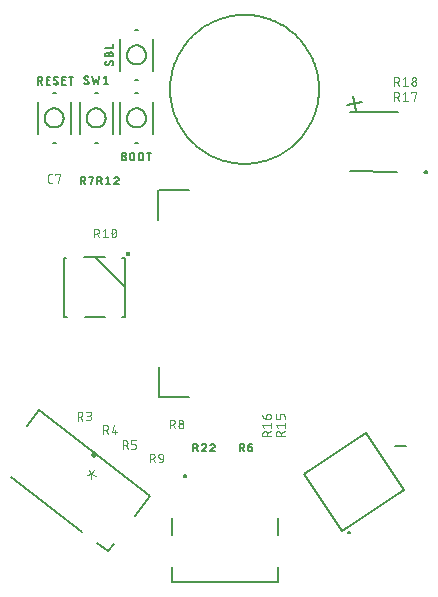
<source format=gbr>
G04 EAGLE Gerber RS-274X export*
G75*
%MOMM*%
%FSLAX34Y34*%
%LPD*%
%INSilkscreen Top*%
%IPPOS*%
%AMOC8*
5,1,8,0,0,1.08239X$1,22.5*%
G01*
%ADD10C,0.076200*%
%ADD11C,0.127000*%
%ADD12C,0.200000*%
%ADD13C,0.152400*%
%ADD14C,0.203200*%
%ADD15C,0.406400*%


D10*
X57858Y345006D02*
X56221Y345006D01*
X56143Y345008D01*
X56065Y345013D01*
X55988Y345023D01*
X55911Y345036D01*
X55835Y345052D01*
X55760Y345072D01*
X55686Y345096D01*
X55613Y345123D01*
X55541Y345154D01*
X55471Y345188D01*
X55403Y345225D01*
X55336Y345266D01*
X55271Y345310D01*
X55209Y345356D01*
X55149Y345406D01*
X55091Y345458D01*
X55036Y345513D01*
X54984Y345571D01*
X54934Y345631D01*
X54888Y345693D01*
X54844Y345758D01*
X54803Y345825D01*
X54766Y345893D01*
X54732Y345963D01*
X54701Y346035D01*
X54674Y346108D01*
X54650Y346182D01*
X54630Y346257D01*
X54614Y346333D01*
X54601Y346410D01*
X54591Y346487D01*
X54586Y346565D01*
X54584Y346643D01*
X54584Y350735D01*
X54586Y350815D01*
X54592Y350895D01*
X54602Y350975D01*
X54615Y351054D01*
X54633Y351133D01*
X54654Y351210D01*
X54680Y351286D01*
X54709Y351361D01*
X54741Y351435D01*
X54777Y351507D01*
X54817Y351577D01*
X54860Y351644D01*
X54906Y351710D01*
X54956Y351773D01*
X55008Y351834D01*
X55063Y351893D01*
X55122Y351948D01*
X55182Y352000D01*
X55246Y352050D01*
X55312Y352096D01*
X55379Y352139D01*
X55449Y352179D01*
X55521Y352215D01*
X55595Y352247D01*
X55669Y352276D01*
X55746Y352302D01*
X55823Y352323D01*
X55902Y352341D01*
X55981Y352354D01*
X56061Y352364D01*
X56141Y352370D01*
X56221Y352372D01*
X57858Y352372D01*
X60703Y352372D02*
X60703Y351554D01*
X60703Y352372D02*
X64796Y352372D01*
X62750Y345006D01*
D11*
X159770Y61120D02*
X159770Y46720D01*
X249170Y46720D02*
X249170Y61120D01*
X249170Y19320D02*
X249170Y7020D01*
X159770Y7020D01*
X159770Y19320D01*
D12*
X169470Y97020D02*
X169472Y97083D01*
X169478Y97145D01*
X169488Y97207D01*
X169501Y97269D01*
X169519Y97329D01*
X169540Y97388D01*
X169565Y97446D01*
X169594Y97502D01*
X169626Y97556D01*
X169661Y97608D01*
X169699Y97657D01*
X169741Y97705D01*
X169785Y97749D01*
X169833Y97791D01*
X169882Y97829D01*
X169934Y97864D01*
X169988Y97896D01*
X170044Y97925D01*
X170102Y97950D01*
X170161Y97971D01*
X170221Y97989D01*
X170283Y98002D01*
X170345Y98012D01*
X170407Y98018D01*
X170470Y98020D01*
X170533Y98018D01*
X170595Y98012D01*
X170657Y98002D01*
X170719Y97989D01*
X170779Y97971D01*
X170838Y97950D01*
X170896Y97925D01*
X170952Y97896D01*
X171006Y97864D01*
X171058Y97829D01*
X171107Y97791D01*
X171155Y97749D01*
X171199Y97705D01*
X171241Y97657D01*
X171279Y97608D01*
X171314Y97556D01*
X171346Y97502D01*
X171375Y97446D01*
X171400Y97388D01*
X171421Y97329D01*
X171439Y97269D01*
X171452Y97207D01*
X171462Y97145D01*
X171468Y97083D01*
X171470Y97020D01*
X171468Y96957D01*
X171462Y96895D01*
X171452Y96833D01*
X171439Y96771D01*
X171421Y96711D01*
X171400Y96652D01*
X171375Y96594D01*
X171346Y96538D01*
X171314Y96484D01*
X171279Y96432D01*
X171241Y96383D01*
X171199Y96335D01*
X171155Y96291D01*
X171107Y96249D01*
X171058Y96211D01*
X171006Y96176D01*
X170952Y96144D01*
X170896Y96115D01*
X170838Y96090D01*
X170779Y96069D01*
X170719Y96051D01*
X170657Y96038D01*
X170595Y96028D01*
X170533Y96022D01*
X170470Y96020D01*
X170407Y96022D01*
X170345Y96028D01*
X170283Y96038D01*
X170221Y96051D01*
X170161Y96069D01*
X170102Y96090D01*
X170044Y96115D01*
X169988Y96144D01*
X169934Y96176D01*
X169882Y96211D01*
X169833Y96249D01*
X169785Y96291D01*
X169741Y96335D01*
X169699Y96383D01*
X169661Y96432D01*
X169626Y96484D01*
X169594Y96538D01*
X169565Y96594D01*
X169540Y96652D01*
X169519Y96711D01*
X169501Y96771D01*
X169488Y96833D01*
X169478Y96895D01*
X169472Y96957D01*
X169470Y97020D01*
D13*
X96300Y343662D02*
X96300Y350266D01*
X98134Y350266D01*
X98219Y350264D01*
X98303Y350258D01*
X98387Y350248D01*
X98471Y350235D01*
X98554Y350217D01*
X98636Y350196D01*
X98717Y350171D01*
X98797Y350142D01*
X98875Y350110D01*
X98951Y350074D01*
X99026Y350034D01*
X99099Y349991D01*
X99170Y349945D01*
X99239Y349896D01*
X99306Y349843D01*
X99370Y349787D01*
X99431Y349729D01*
X99489Y349668D01*
X99545Y349604D01*
X99598Y349537D01*
X99647Y349468D01*
X99693Y349397D01*
X99736Y349324D01*
X99776Y349249D01*
X99812Y349173D01*
X99844Y349095D01*
X99873Y349015D01*
X99898Y348934D01*
X99919Y348852D01*
X99937Y348769D01*
X99950Y348685D01*
X99960Y348601D01*
X99966Y348517D01*
X99968Y348432D01*
X99966Y348347D01*
X99960Y348263D01*
X99950Y348179D01*
X99937Y348095D01*
X99919Y348012D01*
X99898Y347930D01*
X99873Y347849D01*
X99844Y347769D01*
X99812Y347691D01*
X99776Y347615D01*
X99736Y347540D01*
X99693Y347467D01*
X99647Y347396D01*
X99598Y347327D01*
X99545Y347260D01*
X99489Y347196D01*
X99431Y347135D01*
X99370Y347077D01*
X99306Y347021D01*
X99239Y346968D01*
X99170Y346919D01*
X99099Y346873D01*
X99026Y346830D01*
X98951Y346790D01*
X98875Y346754D01*
X98797Y346722D01*
X98717Y346693D01*
X98636Y346668D01*
X98554Y346647D01*
X98471Y346629D01*
X98387Y346616D01*
X98303Y346606D01*
X98219Y346600D01*
X98134Y346598D01*
X98134Y346597D02*
X96300Y346597D01*
X98501Y346597D02*
X99969Y343662D01*
X103536Y348798D02*
X105371Y350266D01*
X105371Y343662D01*
X107205Y343662D02*
X103536Y343662D01*
X112869Y350266D02*
X112948Y350264D01*
X113026Y350259D01*
X113104Y350249D01*
X113181Y350236D01*
X113258Y350219D01*
X113334Y350199D01*
X113409Y350175D01*
X113483Y350148D01*
X113555Y350117D01*
X113626Y350082D01*
X113695Y350045D01*
X113762Y350004D01*
X113827Y349960D01*
X113890Y349913D01*
X113950Y349863D01*
X114008Y349810D01*
X114064Y349754D01*
X114117Y349696D01*
X114167Y349636D01*
X114214Y349573D01*
X114258Y349508D01*
X114299Y349441D01*
X114336Y349372D01*
X114371Y349301D01*
X114402Y349229D01*
X114429Y349155D01*
X114453Y349080D01*
X114473Y349004D01*
X114490Y348927D01*
X114503Y348850D01*
X114513Y348772D01*
X114518Y348694D01*
X114520Y348615D01*
X112869Y350266D02*
X112780Y350264D01*
X112691Y350259D01*
X112603Y350249D01*
X112515Y350236D01*
X112428Y350220D01*
X112341Y350199D01*
X112256Y350175D01*
X112171Y350148D01*
X112088Y350117D01*
X112006Y350082D01*
X111925Y350044D01*
X111846Y350003D01*
X111770Y349959D01*
X111694Y349911D01*
X111621Y349860D01*
X111551Y349807D01*
X111482Y349750D01*
X111416Y349690D01*
X111353Y349628D01*
X111292Y349563D01*
X111234Y349496D01*
X111179Y349426D01*
X111126Y349354D01*
X111077Y349280D01*
X111031Y349204D01*
X110989Y349126D01*
X110949Y349046D01*
X110913Y348965D01*
X110880Y348882D01*
X110851Y348798D01*
X113970Y347331D02*
X114026Y347387D01*
X114080Y347446D01*
X114131Y347507D01*
X114180Y347571D01*
X114225Y347636D01*
X114268Y347704D01*
X114307Y347773D01*
X114344Y347844D01*
X114377Y347917D01*
X114406Y347991D01*
X114433Y348066D01*
X114456Y348142D01*
X114475Y348220D01*
X114491Y348298D01*
X114504Y348376D01*
X114513Y348456D01*
X114518Y348535D01*
X114520Y348615D01*
X113970Y347331D02*
X110851Y343662D01*
X114520Y343662D01*
X177580Y124206D02*
X177580Y117602D01*
X177580Y124206D02*
X179414Y124206D01*
X179499Y124204D01*
X179583Y124198D01*
X179667Y124188D01*
X179751Y124175D01*
X179834Y124157D01*
X179916Y124136D01*
X179997Y124111D01*
X180077Y124082D01*
X180155Y124050D01*
X180231Y124014D01*
X180306Y123974D01*
X180379Y123931D01*
X180450Y123885D01*
X180519Y123836D01*
X180586Y123783D01*
X180650Y123727D01*
X180711Y123669D01*
X180769Y123608D01*
X180825Y123544D01*
X180878Y123477D01*
X180927Y123408D01*
X180973Y123337D01*
X181016Y123264D01*
X181056Y123189D01*
X181092Y123113D01*
X181124Y123035D01*
X181153Y122955D01*
X181178Y122874D01*
X181199Y122792D01*
X181217Y122709D01*
X181230Y122625D01*
X181240Y122541D01*
X181246Y122457D01*
X181248Y122372D01*
X181246Y122287D01*
X181240Y122203D01*
X181230Y122119D01*
X181217Y122035D01*
X181199Y121952D01*
X181178Y121870D01*
X181153Y121789D01*
X181124Y121709D01*
X181092Y121631D01*
X181056Y121555D01*
X181016Y121480D01*
X180973Y121407D01*
X180927Y121336D01*
X180878Y121267D01*
X180825Y121200D01*
X180769Y121136D01*
X180711Y121075D01*
X180650Y121017D01*
X180586Y120961D01*
X180519Y120908D01*
X180450Y120859D01*
X180379Y120813D01*
X180306Y120770D01*
X180231Y120730D01*
X180155Y120694D01*
X180077Y120662D01*
X179997Y120633D01*
X179916Y120608D01*
X179834Y120587D01*
X179751Y120569D01*
X179667Y120556D01*
X179583Y120546D01*
X179499Y120540D01*
X179414Y120538D01*
X179414Y120537D02*
X177580Y120537D01*
X179781Y120537D02*
X181249Y117602D01*
X186834Y124206D02*
X186913Y124204D01*
X186991Y124199D01*
X187069Y124189D01*
X187146Y124176D01*
X187223Y124159D01*
X187299Y124139D01*
X187374Y124115D01*
X187448Y124088D01*
X187520Y124057D01*
X187591Y124022D01*
X187660Y123985D01*
X187727Y123944D01*
X187792Y123900D01*
X187855Y123853D01*
X187915Y123803D01*
X187973Y123750D01*
X188029Y123694D01*
X188082Y123636D01*
X188132Y123576D01*
X188179Y123513D01*
X188223Y123448D01*
X188264Y123381D01*
X188301Y123312D01*
X188336Y123241D01*
X188367Y123169D01*
X188394Y123095D01*
X188418Y123020D01*
X188438Y122944D01*
X188455Y122867D01*
X188468Y122790D01*
X188478Y122712D01*
X188483Y122634D01*
X188485Y122555D01*
X186834Y124206D02*
X186745Y124204D01*
X186656Y124199D01*
X186568Y124189D01*
X186480Y124176D01*
X186393Y124160D01*
X186306Y124139D01*
X186221Y124115D01*
X186136Y124088D01*
X186053Y124057D01*
X185971Y124022D01*
X185890Y123984D01*
X185811Y123943D01*
X185735Y123899D01*
X185659Y123851D01*
X185586Y123800D01*
X185516Y123747D01*
X185447Y123690D01*
X185381Y123630D01*
X185318Y123568D01*
X185257Y123503D01*
X185199Y123436D01*
X185144Y123366D01*
X185091Y123294D01*
X185042Y123220D01*
X184996Y123144D01*
X184954Y123066D01*
X184914Y122986D01*
X184878Y122905D01*
X184845Y122822D01*
X184816Y122738D01*
X187935Y121271D02*
X187991Y121327D01*
X188045Y121386D01*
X188096Y121447D01*
X188145Y121511D01*
X188190Y121576D01*
X188233Y121644D01*
X188272Y121713D01*
X188309Y121784D01*
X188342Y121857D01*
X188371Y121931D01*
X188398Y122006D01*
X188421Y122082D01*
X188440Y122160D01*
X188456Y122238D01*
X188469Y122316D01*
X188478Y122396D01*
X188483Y122475D01*
X188485Y122555D01*
X187935Y121271D02*
X184816Y117602D01*
X188485Y117602D01*
X194149Y124206D02*
X194228Y124204D01*
X194306Y124199D01*
X194384Y124189D01*
X194461Y124176D01*
X194538Y124159D01*
X194614Y124139D01*
X194689Y124115D01*
X194763Y124088D01*
X194835Y124057D01*
X194906Y124022D01*
X194975Y123985D01*
X195042Y123944D01*
X195107Y123900D01*
X195170Y123853D01*
X195230Y123803D01*
X195288Y123750D01*
X195344Y123694D01*
X195397Y123636D01*
X195447Y123576D01*
X195494Y123513D01*
X195538Y123448D01*
X195579Y123381D01*
X195616Y123312D01*
X195651Y123241D01*
X195682Y123169D01*
X195709Y123095D01*
X195733Y123020D01*
X195753Y122944D01*
X195770Y122867D01*
X195783Y122790D01*
X195793Y122712D01*
X195798Y122634D01*
X195800Y122555D01*
X194149Y124206D02*
X194060Y124204D01*
X193971Y124199D01*
X193883Y124189D01*
X193795Y124176D01*
X193708Y124160D01*
X193621Y124139D01*
X193536Y124115D01*
X193451Y124088D01*
X193368Y124057D01*
X193286Y124022D01*
X193205Y123984D01*
X193126Y123943D01*
X193050Y123899D01*
X192974Y123851D01*
X192901Y123800D01*
X192831Y123747D01*
X192762Y123690D01*
X192696Y123630D01*
X192633Y123568D01*
X192572Y123503D01*
X192514Y123436D01*
X192459Y123366D01*
X192406Y123294D01*
X192357Y123220D01*
X192311Y123144D01*
X192269Y123066D01*
X192229Y122986D01*
X192193Y122905D01*
X192160Y122822D01*
X192131Y122738D01*
X195250Y121271D02*
X195306Y121327D01*
X195360Y121386D01*
X195411Y121447D01*
X195460Y121511D01*
X195505Y121576D01*
X195548Y121644D01*
X195587Y121713D01*
X195624Y121784D01*
X195657Y121857D01*
X195686Y121931D01*
X195713Y122006D01*
X195736Y122082D01*
X195755Y122160D01*
X195771Y122238D01*
X195784Y122316D01*
X195793Y122396D01*
X195798Y122475D01*
X195800Y122555D01*
X195250Y121271D02*
X192131Y117602D01*
X195800Y117602D01*
X216797Y117602D02*
X216797Y124206D01*
X218632Y124206D01*
X218717Y124204D01*
X218801Y124198D01*
X218885Y124188D01*
X218969Y124175D01*
X219052Y124157D01*
X219134Y124136D01*
X219215Y124111D01*
X219295Y124082D01*
X219373Y124050D01*
X219449Y124014D01*
X219524Y123974D01*
X219597Y123931D01*
X219668Y123885D01*
X219737Y123836D01*
X219804Y123783D01*
X219868Y123727D01*
X219929Y123669D01*
X219987Y123608D01*
X220043Y123544D01*
X220096Y123477D01*
X220145Y123408D01*
X220191Y123337D01*
X220234Y123264D01*
X220274Y123189D01*
X220310Y123113D01*
X220342Y123035D01*
X220371Y122955D01*
X220396Y122874D01*
X220417Y122792D01*
X220435Y122709D01*
X220448Y122625D01*
X220458Y122541D01*
X220464Y122457D01*
X220466Y122372D01*
X220464Y122287D01*
X220458Y122203D01*
X220448Y122119D01*
X220435Y122035D01*
X220417Y121952D01*
X220396Y121870D01*
X220371Y121789D01*
X220342Y121709D01*
X220310Y121631D01*
X220274Y121555D01*
X220234Y121480D01*
X220191Y121407D01*
X220145Y121336D01*
X220096Y121267D01*
X220043Y121200D01*
X219987Y121136D01*
X219929Y121075D01*
X219868Y121017D01*
X219804Y120961D01*
X219737Y120908D01*
X219668Y120859D01*
X219597Y120813D01*
X219524Y120770D01*
X219449Y120730D01*
X219373Y120694D01*
X219295Y120662D01*
X219215Y120633D01*
X219134Y120608D01*
X219052Y120587D01*
X218969Y120569D01*
X218885Y120556D01*
X218801Y120546D01*
X218717Y120540D01*
X218632Y120538D01*
X218632Y120537D02*
X216797Y120537D01*
X218999Y120537D02*
X220466Y117602D01*
X224034Y121271D02*
X226235Y121271D01*
X226309Y121269D01*
X226384Y121263D01*
X226457Y121254D01*
X226531Y121241D01*
X226603Y121224D01*
X226674Y121204D01*
X226745Y121180D01*
X226814Y121152D01*
X226881Y121121D01*
X226947Y121087D01*
X227012Y121049D01*
X227074Y121008D01*
X227134Y120964D01*
X227191Y120917D01*
X227246Y120867D01*
X227299Y120814D01*
X227349Y120759D01*
X227396Y120702D01*
X227440Y120642D01*
X227481Y120580D01*
X227519Y120515D01*
X227553Y120449D01*
X227584Y120382D01*
X227612Y120313D01*
X227636Y120242D01*
X227656Y120171D01*
X227673Y120099D01*
X227686Y120025D01*
X227695Y119952D01*
X227701Y119877D01*
X227703Y119803D01*
X227703Y119436D01*
X227702Y119436D02*
X227700Y119351D01*
X227694Y119267D01*
X227684Y119183D01*
X227671Y119099D01*
X227653Y119016D01*
X227632Y118934D01*
X227607Y118853D01*
X227578Y118773D01*
X227546Y118695D01*
X227510Y118619D01*
X227470Y118544D01*
X227427Y118471D01*
X227381Y118400D01*
X227332Y118331D01*
X227279Y118264D01*
X227223Y118200D01*
X227165Y118139D01*
X227104Y118081D01*
X227040Y118025D01*
X226973Y117972D01*
X226904Y117923D01*
X226833Y117877D01*
X226760Y117834D01*
X226685Y117794D01*
X226609Y117758D01*
X226531Y117726D01*
X226451Y117697D01*
X226370Y117672D01*
X226288Y117651D01*
X226205Y117633D01*
X226121Y117620D01*
X226037Y117610D01*
X225953Y117604D01*
X225868Y117602D01*
X225783Y117604D01*
X225699Y117610D01*
X225615Y117620D01*
X225531Y117633D01*
X225448Y117651D01*
X225366Y117672D01*
X225285Y117697D01*
X225205Y117726D01*
X225127Y117758D01*
X225051Y117794D01*
X224976Y117834D01*
X224903Y117877D01*
X224832Y117923D01*
X224763Y117972D01*
X224696Y118025D01*
X224632Y118081D01*
X224571Y118139D01*
X224513Y118200D01*
X224457Y118264D01*
X224404Y118331D01*
X224355Y118400D01*
X224309Y118471D01*
X224266Y118544D01*
X224226Y118619D01*
X224190Y118695D01*
X224158Y118773D01*
X224129Y118853D01*
X224104Y118934D01*
X224083Y119016D01*
X224065Y119099D01*
X224052Y119183D01*
X224042Y119267D01*
X224036Y119351D01*
X224034Y119436D01*
X224034Y121271D01*
X224036Y121378D01*
X224042Y121485D01*
X224052Y121592D01*
X224065Y121698D01*
X224083Y121804D01*
X224104Y121909D01*
X224129Y122013D01*
X224158Y122117D01*
X224191Y122219D01*
X224228Y122319D01*
X224268Y122419D01*
X224312Y122517D01*
X224359Y122613D01*
X224410Y122707D01*
X224464Y122800D01*
X224521Y122890D01*
X224582Y122979D01*
X224646Y123065D01*
X224713Y123148D01*
X224783Y123230D01*
X224856Y123308D01*
X224932Y123384D01*
X225010Y123457D01*
X225092Y123527D01*
X225175Y123594D01*
X225261Y123658D01*
X225350Y123719D01*
X225440Y123776D01*
X225533Y123830D01*
X225627Y123881D01*
X225723Y123928D01*
X225821Y123972D01*
X225921Y124012D01*
X226021Y124049D01*
X226123Y124082D01*
X226227Y124111D01*
X226331Y124136D01*
X226436Y124157D01*
X226542Y124175D01*
X226648Y124188D01*
X226755Y124198D01*
X226862Y124204D01*
X226969Y124206D01*
X82177Y343662D02*
X82177Y350266D01*
X84012Y350266D01*
X84097Y350264D01*
X84181Y350258D01*
X84265Y350248D01*
X84349Y350235D01*
X84432Y350217D01*
X84514Y350196D01*
X84595Y350171D01*
X84675Y350142D01*
X84753Y350110D01*
X84829Y350074D01*
X84904Y350034D01*
X84977Y349991D01*
X85048Y349945D01*
X85117Y349896D01*
X85184Y349843D01*
X85248Y349787D01*
X85309Y349729D01*
X85367Y349668D01*
X85423Y349604D01*
X85476Y349537D01*
X85525Y349468D01*
X85571Y349397D01*
X85614Y349324D01*
X85654Y349249D01*
X85690Y349173D01*
X85722Y349095D01*
X85751Y349015D01*
X85776Y348934D01*
X85797Y348852D01*
X85815Y348769D01*
X85828Y348685D01*
X85838Y348601D01*
X85844Y348517D01*
X85846Y348432D01*
X85844Y348347D01*
X85838Y348263D01*
X85828Y348179D01*
X85815Y348095D01*
X85797Y348012D01*
X85776Y347930D01*
X85751Y347849D01*
X85722Y347769D01*
X85690Y347691D01*
X85654Y347615D01*
X85614Y347540D01*
X85571Y347467D01*
X85525Y347396D01*
X85476Y347327D01*
X85423Y347260D01*
X85367Y347196D01*
X85309Y347135D01*
X85248Y347077D01*
X85184Y347021D01*
X85117Y346968D01*
X85048Y346919D01*
X84977Y346873D01*
X84904Y346830D01*
X84829Y346790D01*
X84753Y346754D01*
X84675Y346722D01*
X84595Y346693D01*
X84514Y346668D01*
X84432Y346647D01*
X84349Y346629D01*
X84265Y346616D01*
X84181Y346606D01*
X84097Y346600D01*
X84012Y346598D01*
X84012Y346597D02*
X82177Y346597D01*
X84379Y346597D02*
X85846Y343662D01*
X89414Y349532D02*
X89414Y350266D01*
X93083Y350266D01*
X91248Y343662D01*
D11*
X148270Y338877D02*
X173670Y338877D01*
X173636Y163834D02*
X148236Y163834D01*
X148120Y313230D02*
X148120Y338830D01*
X148220Y189430D02*
X148220Y163830D01*
D13*
X83542Y49797D02*
X23546Y96167D01*
X105310Y32973D02*
X110409Y39571D01*
X141346Y79598D02*
X47090Y152447D01*
X36619Y138899D01*
X91660Y114790D02*
X93670Y113236D01*
X95223Y115246D01*
X93213Y116799D01*
X91660Y114790D01*
X141346Y79598D02*
X128194Y62581D01*
X105310Y32973D02*
X96120Y40076D01*
D10*
X91147Y98369D02*
X93580Y101517D01*
X91147Y98369D02*
X91158Y94588D01*
X91147Y98369D02*
X87485Y97427D01*
X91147Y98369D02*
X94844Y97187D01*
X91147Y98369D02*
X89072Y101649D01*
D12*
X373342Y354239D02*
X373344Y354302D01*
X373350Y354364D01*
X373360Y354426D01*
X373373Y354488D01*
X373391Y354548D01*
X373412Y354607D01*
X373437Y354665D01*
X373466Y354721D01*
X373498Y354775D01*
X373533Y354827D01*
X373571Y354876D01*
X373613Y354924D01*
X373657Y354968D01*
X373705Y355010D01*
X373754Y355048D01*
X373806Y355083D01*
X373860Y355115D01*
X373916Y355144D01*
X373974Y355169D01*
X374033Y355190D01*
X374093Y355208D01*
X374155Y355221D01*
X374217Y355231D01*
X374279Y355237D01*
X374342Y355239D01*
X374405Y355237D01*
X374467Y355231D01*
X374529Y355221D01*
X374591Y355208D01*
X374651Y355190D01*
X374710Y355169D01*
X374768Y355144D01*
X374824Y355115D01*
X374878Y355083D01*
X374930Y355048D01*
X374979Y355010D01*
X375027Y354968D01*
X375071Y354924D01*
X375113Y354876D01*
X375151Y354827D01*
X375186Y354775D01*
X375218Y354721D01*
X375247Y354665D01*
X375272Y354607D01*
X375293Y354548D01*
X375311Y354488D01*
X375324Y354426D01*
X375334Y354364D01*
X375340Y354302D01*
X375342Y354239D01*
X375340Y354176D01*
X375334Y354114D01*
X375324Y354052D01*
X375311Y353990D01*
X375293Y353930D01*
X375272Y353871D01*
X375247Y353813D01*
X375218Y353757D01*
X375186Y353703D01*
X375151Y353651D01*
X375113Y353602D01*
X375071Y353554D01*
X375027Y353510D01*
X374979Y353468D01*
X374930Y353430D01*
X374878Y353395D01*
X374824Y353363D01*
X374768Y353334D01*
X374710Y353309D01*
X374651Y353288D01*
X374591Y353270D01*
X374529Y353257D01*
X374467Y353247D01*
X374405Y353241D01*
X374342Y353239D01*
X374279Y353241D01*
X374217Y353247D01*
X374155Y353257D01*
X374093Y353270D01*
X374033Y353288D01*
X373974Y353309D01*
X373916Y353334D01*
X373860Y353363D01*
X373806Y353395D01*
X373754Y353430D01*
X373705Y353468D01*
X373657Y353510D01*
X373613Y353554D01*
X373571Y353602D01*
X373533Y353651D01*
X373498Y353703D01*
X373466Y353757D01*
X373437Y353813D01*
X373412Y353871D01*
X373391Y353930D01*
X373373Y353990D01*
X373360Y354052D01*
X373350Y354114D01*
X373344Y354176D01*
X373342Y354239D01*
D11*
X349891Y354288D02*
X309894Y354776D01*
X310509Y405172D02*
X350506Y404684D01*
X157980Y424180D02*
X157999Y425726D01*
X158056Y427271D01*
X158151Y428815D01*
X158283Y430355D01*
X158454Y431892D01*
X158662Y433424D01*
X158908Y434951D01*
X159191Y436471D01*
X159511Y437983D01*
X159868Y439488D01*
X160262Y440983D01*
X160693Y442468D01*
X161160Y443942D01*
X161663Y445404D01*
X162201Y446853D01*
X162776Y448289D01*
X163385Y449710D01*
X164029Y451116D01*
X164707Y452506D01*
X165419Y453878D01*
X166165Y455233D01*
X166943Y456568D01*
X167754Y457885D01*
X168597Y459181D01*
X169472Y460456D01*
X170378Y461709D01*
X171314Y462940D01*
X172280Y464147D01*
X173276Y465330D01*
X174300Y466488D01*
X175352Y467621D01*
X176432Y468728D01*
X177539Y469808D01*
X178672Y470860D01*
X179830Y471884D01*
X181013Y472880D01*
X182220Y473846D01*
X183451Y474782D01*
X184704Y475688D01*
X185979Y476563D01*
X187275Y477406D01*
X188592Y478217D01*
X189927Y478995D01*
X191282Y479741D01*
X192654Y480453D01*
X194044Y481131D01*
X195450Y481775D01*
X196871Y482384D01*
X198307Y482959D01*
X199756Y483497D01*
X201218Y484000D01*
X202692Y484467D01*
X204177Y484898D01*
X205672Y485292D01*
X207177Y485649D01*
X208689Y485969D01*
X210209Y486252D01*
X211736Y486498D01*
X213268Y486706D01*
X214805Y486877D01*
X216345Y487009D01*
X217889Y487104D01*
X219434Y487161D01*
X220980Y487180D01*
X222526Y487161D01*
X224071Y487104D01*
X225615Y487009D01*
X227155Y486877D01*
X228692Y486706D01*
X230224Y486498D01*
X231751Y486252D01*
X233271Y485969D01*
X234783Y485649D01*
X236288Y485292D01*
X237783Y484898D01*
X239268Y484467D01*
X240742Y484000D01*
X242204Y483497D01*
X243653Y482959D01*
X245089Y482384D01*
X246510Y481775D01*
X247916Y481131D01*
X249306Y480453D01*
X250678Y479741D01*
X252033Y478995D01*
X253368Y478217D01*
X254685Y477406D01*
X255981Y476563D01*
X257256Y475688D01*
X258509Y474782D01*
X259740Y473846D01*
X260947Y472880D01*
X262130Y471884D01*
X263288Y470860D01*
X264421Y469808D01*
X265528Y468728D01*
X266608Y467621D01*
X267660Y466488D01*
X268684Y465330D01*
X269680Y464147D01*
X270646Y462940D01*
X271582Y461709D01*
X272488Y460456D01*
X273363Y459181D01*
X274206Y457885D01*
X275017Y456568D01*
X275795Y455233D01*
X276541Y453878D01*
X277253Y452506D01*
X277931Y451116D01*
X278575Y449710D01*
X279184Y448289D01*
X279759Y446853D01*
X280297Y445404D01*
X280800Y443942D01*
X281267Y442468D01*
X281698Y440983D01*
X282092Y439488D01*
X282449Y437983D01*
X282769Y436471D01*
X283052Y434951D01*
X283298Y433424D01*
X283506Y431892D01*
X283677Y430355D01*
X283809Y428815D01*
X283904Y427271D01*
X283961Y425726D01*
X283980Y424180D01*
X283961Y422634D01*
X283904Y421089D01*
X283809Y419545D01*
X283677Y418005D01*
X283506Y416468D01*
X283298Y414936D01*
X283052Y413409D01*
X282769Y411889D01*
X282449Y410377D01*
X282092Y408872D01*
X281698Y407377D01*
X281267Y405892D01*
X280800Y404418D01*
X280297Y402956D01*
X279759Y401507D01*
X279184Y400071D01*
X278575Y398650D01*
X277931Y397244D01*
X277253Y395854D01*
X276541Y394482D01*
X275795Y393127D01*
X275017Y391792D01*
X274206Y390475D01*
X273363Y389179D01*
X272488Y387904D01*
X271582Y386651D01*
X270646Y385420D01*
X269680Y384213D01*
X268684Y383030D01*
X267660Y381872D01*
X266608Y380739D01*
X265528Y379632D01*
X264421Y378552D01*
X263288Y377500D01*
X262130Y376476D01*
X260947Y375480D01*
X259740Y374514D01*
X258509Y373578D01*
X257256Y372672D01*
X255981Y371797D01*
X254685Y370954D01*
X253368Y370143D01*
X252033Y369365D01*
X250678Y368619D01*
X249306Y367907D01*
X247916Y367229D01*
X246510Y366585D01*
X245089Y365976D01*
X243653Y365401D01*
X242204Y364863D01*
X240742Y364360D01*
X239268Y363893D01*
X237783Y363462D01*
X236288Y363068D01*
X234783Y362711D01*
X233271Y362391D01*
X231751Y362108D01*
X230224Y361862D01*
X228692Y361654D01*
X227155Y361483D01*
X225615Y361351D01*
X224071Y361256D01*
X222526Y361199D01*
X220980Y361180D01*
X219434Y361199D01*
X217889Y361256D01*
X216345Y361351D01*
X214805Y361483D01*
X213268Y361654D01*
X211736Y361862D01*
X210209Y362108D01*
X208689Y362391D01*
X207177Y362711D01*
X205672Y363068D01*
X204177Y363462D01*
X202692Y363893D01*
X201218Y364360D01*
X199756Y364863D01*
X198307Y365401D01*
X196871Y365976D01*
X195450Y366585D01*
X194044Y367229D01*
X192654Y367907D01*
X191282Y368619D01*
X189927Y369365D01*
X188592Y370143D01*
X187275Y370954D01*
X185979Y371797D01*
X184704Y372672D01*
X183451Y373578D01*
X182220Y374514D01*
X181013Y375480D01*
X179830Y376476D01*
X178672Y377500D01*
X177539Y378552D01*
X176432Y379632D01*
X175352Y380739D01*
X174300Y381872D01*
X173276Y383030D01*
X172280Y384213D01*
X171314Y385420D01*
X170378Y386651D01*
X169472Y387904D01*
X168597Y389179D01*
X167754Y390475D01*
X166943Y391792D01*
X166165Y393127D01*
X165419Y394482D01*
X164707Y395854D01*
X164029Y397244D01*
X163385Y398650D01*
X162776Y400071D01*
X162201Y401507D01*
X161663Y402956D01*
X161160Y404418D01*
X160693Y405892D01*
X160262Y407377D01*
X159868Y408872D01*
X159511Y410377D01*
X159191Y411889D01*
X158908Y413409D01*
X158662Y414936D01*
X158454Y416468D01*
X158283Y418005D01*
X158151Y419545D01*
X158056Y421089D01*
X157999Y422634D01*
X157980Y424180D01*
X312405Y418544D02*
X315348Y406190D01*
X307700Y410895D02*
X320054Y413839D01*
D14*
X73690Y413430D02*
X73690Y386670D01*
X45690Y386670D02*
X45690Y413430D01*
X58390Y379050D02*
X60990Y379050D01*
X60990Y421050D02*
X58390Y421050D01*
D11*
X51640Y400050D02*
X51642Y400248D01*
X51650Y400445D01*
X51662Y400642D01*
X51679Y400839D01*
X51701Y401035D01*
X51727Y401231D01*
X51759Y401426D01*
X51795Y401620D01*
X51836Y401814D01*
X51881Y402006D01*
X51932Y402197D01*
X51987Y402387D01*
X52046Y402575D01*
X52111Y402762D01*
X52179Y402947D01*
X52253Y403131D01*
X52331Y403312D01*
X52413Y403492D01*
X52500Y403669D01*
X52591Y403845D01*
X52686Y404018D01*
X52785Y404189D01*
X52889Y404357D01*
X52997Y404522D01*
X53108Y404685D01*
X53224Y404845D01*
X53344Y405003D01*
X53467Y405157D01*
X53594Y405308D01*
X53725Y405456D01*
X53860Y405601D01*
X53998Y405742D01*
X54139Y405880D01*
X54284Y406015D01*
X54432Y406146D01*
X54583Y406273D01*
X54737Y406396D01*
X54895Y406516D01*
X55055Y406632D01*
X55218Y406743D01*
X55383Y406851D01*
X55551Y406955D01*
X55722Y407054D01*
X55895Y407149D01*
X56071Y407240D01*
X56248Y407327D01*
X56428Y407409D01*
X56609Y407487D01*
X56793Y407561D01*
X56978Y407629D01*
X57165Y407694D01*
X57353Y407753D01*
X57543Y407808D01*
X57734Y407859D01*
X57926Y407904D01*
X58120Y407945D01*
X58314Y407981D01*
X58509Y408013D01*
X58705Y408039D01*
X58901Y408061D01*
X59098Y408078D01*
X59295Y408090D01*
X59492Y408098D01*
X59690Y408100D01*
X59888Y408098D01*
X60085Y408090D01*
X60282Y408078D01*
X60479Y408061D01*
X60675Y408039D01*
X60871Y408013D01*
X61066Y407981D01*
X61260Y407945D01*
X61454Y407904D01*
X61646Y407859D01*
X61837Y407808D01*
X62027Y407753D01*
X62215Y407694D01*
X62402Y407629D01*
X62587Y407561D01*
X62771Y407487D01*
X62952Y407409D01*
X63132Y407327D01*
X63309Y407240D01*
X63485Y407149D01*
X63658Y407054D01*
X63829Y406955D01*
X63997Y406851D01*
X64162Y406743D01*
X64325Y406632D01*
X64485Y406516D01*
X64643Y406396D01*
X64797Y406273D01*
X64948Y406146D01*
X65096Y406015D01*
X65241Y405880D01*
X65382Y405742D01*
X65520Y405601D01*
X65655Y405456D01*
X65786Y405308D01*
X65913Y405157D01*
X66036Y405003D01*
X66156Y404845D01*
X66272Y404685D01*
X66383Y404522D01*
X66491Y404357D01*
X66595Y404189D01*
X66694Y404018D01*
X66789Y403845D01*
X66880Y403669D01*
X66967Y403492D01*
X67049Y403312D01*
X67127Y403131D01*
X67201Y402947D01*
X67269Y402762D01*
X67334Y402575D01*
X67393Y402387D01*
X67448Y402197D01*
X67499Y402006D01*
X67544Y401814D01*
X67585Y401620D01*
X67621Y401426D01*
X67653Y401231D01*
X67679Y401035D01*
X67701Y400839D01*
X67718Y400642D01*
X67730Y400445D01*
X67738Y400248D01*
X67740Y400050D01*
X67738Y399852D01*
X67730Y399655D01*
X67718Y399458D01*
X67701Y399261D01*
X67679Y399065D01*
X67653Y398869D01*
X67621Y398674D01*
X67585Y398480D01*
X67544Y398286D01*
X67499Y398094D01*
X67448Y397903D01*
X67393Y397713D01*
X67334Y397525D01*
X67269Y397338D01*
X67201Y397153D01*
X67127Y396969D01*
X67049Y396788D01*
X66967Y396608D01*
X66880Y396431D01*
X66789Y396255D01*
X66694Y396082D01*
X66595Y395911D01*
X66491Y395743D01*
X66383Y395578D01*
X66272Y395415D01*
X66156Y395255D01*
X66036Y395097D01*
X65913Y394943D01*
X65786Y394792D01*
X65655Y394644D01*
X65520Y394499D01*
X65382Y394358D01*
X65241Y394220D01*
X65096Y394085D01*
X64948Y393954D01*
X64797Y393827D01*
X64643Y393704D01*
X64485Y393584D01*
X64325Y393468D01*
X64162Y393357D01*
X63997Y393249D01*
X63829Y393145D01*
X63658Y393046D01*
X63485Y392951D01*
X63309Y392860D01*
X63132Y392773D01*
X62952Y392691D01*
X62771Y392613D01*
X62587Y392539D01*
X62402Y392471D01*
X62215Y392406D01*
X62027Y392347D01*
X61837Y392292D01*
X61646Y392241D01*
X61454Y392196D01*
X61260Y392155D01*
X61066Y392119D01*
X60871Y392087D01*
X60675Y392061D01*
X60479Y392039D01*
X60282Y392022D01*
X60085Y392010D01*
X59888Y392002D01*
X59690Y392000D01*
X59492Y392002D01*
X59295Y392010D01*
X59098Y392022D01*
X58901Y392039D01*
X58705Y392061D01*
X58509Y392087D01*
X58314Y392119D01*
X58120Y392155D01*
X57926Y392196D01*
X57734Y392241D01*
X57543Y392292D01*
X57353Y392347D01*
X57165Y392406D01*
X56978Y392471D01*
X56793Y392539D01*
X56609Y392613D01*
X56428Y392691D01*
X56248Y392773D01*
X56071Y392860D01*
X55895Y392951D01*
X55722Y393046D01*
X55551Y393145D01*
X55383Y393249D01*
X55218Y393357D01*
X55055Y393468D01*
X54895Y393584D01*
X54737Y393704D01*
X54583Y393827D01*
X54432Y393954D01*
X54284Y394085D01*
X54139Y394220D01*
X53998Y394358D01*
X53860Y394499D01*
X53725Y394644D01*
X53594Y394792D01*
X53467Y394943D01*
X53344Y395097D01*
X53224Y395255D01*
X53108Y395415D01*
X52997Y395578D01*
X52889Y395743D01*
X52785Y395911D01*
X52686Y396082D01*
X52591Y396255D01*
X52500Y396431D01*
X52413Y396608D01*
X52331Y396788D01*
X52253Y396969D01*
X52179Y397153D01*
X52111Y397338D01*
X52046Y397525D01*
X51987Y397713D01*
X51932Y397903D01*
X51881Y398094D01*
X51836Y398286D01*
X51795Y398480D01*
X51759Y398674D01*
X51727Y398869D01*
X51701Y399065D01*
X51679Y399261D01*
X51662Y399458D01*
X51650Y399655D01*
X51642Y399852D01*
X51640Y400050D01*
D13*
X45998Y428244D02*
X45998Y434848D01*
X47832Y434848D01*
X47917Y434846D01*
X48001Y434840D01*
X48085Y434830D01*
X48169Y434817D01*
X48252Y434799D01*
X48334Y434778D01*
X48415Y434753D01*
X48495Y434724D01*
X48573Y434692D01*
X48649Y434656D01*
X48724Y434616D01*
X48797Y434573D01*
X48868Y434527D01*
X48937Y434478D01*
X49004Y434425D01*
X49068Y434369D01*
X49129Y434311D01*
X49187Y434250D01*
X49243Y434186D01*
X49296Y434119D01*
X49345Y434050D01*
X49391Y433979D01*
X49434Y433906D01*
X49474Y433831D01*
X49510Y433755D01*
X49542Y433677D01*
X49571Y433597D01*
X49596Y433516D01*
X49617Y433434D01*
X49635Y433351D01*
X49648Y433267D01*
X49658Y433183D01*
X49664Y433099D01*
X49666Y433014D01*
X49664Y432929D01*
X49658Y432845D01*
X49648Y432761D01*
X49635Y432677D01*
X49617Y432594D01*
X49596Y432512D01*
X49571Y432431D01*
X49542Y432351D01*
X49510Y432273D01*
X49474Y432197D01*
X49434Y432122D01*
X49391Y432049D01*
X49345Y431978D01*
X49296Y431909D01*
X49243Y431842D01*
X49187Y431778D01*
X49129Y431717D01*
X49068Y431659D01*
X49004Y431603D01*
X48937Y431550D01*
X48868Y431501D01*
X48797Y431455D01*
X48724Y431412D01*
X48649Y431372D01*
X48573Y431336D01*
X48495Y431304D01*
X48415Y431275D01*
X48334Y431250D01*
X48252Y431229D01*
X48169Y431211D01*
X48085Y431198D01*
X48001Y431188D01*
X47917Y431182D01*
X47832Y431180D01*
X47832Y431179D02*
X45998Y431179D01*
X48199Y431179D02*
X49667Y428244D01*
X53502Y428244D02*
X56437Y428244D01*
X53502Y428244D02*
X53502Y434848D01*
X56437Y434848D01*
X55703Y431913D02*
X53502Y431913D01*
X61531Y428244D02*
X61605Y428246D01*
X61679Y428252D01*
X61753Y428261D01*
X61826Y428274D01*
X61899Y428291D01*
X61970Y428311D01*
X62041Y428335D01*
X62110Y428363D01*
X62177Y428394D01*
X62243Y428428D01*
X62308Y428466D01*
X62370Y428507D01*
X62430Y428551D01*
X62487Y428598D01*
X62542Y428648D01*
X62595Y428701D01*
X62645Y428756D01*
X62692Y428813D01*
X62736Y428873D01*
X62777Y428935D01*
X62815Y429000D01*
X62849Y429065D01*
X62880Y429133D01*
X62908Y429202D01*
X62932Y429273D01*
X62952Y429344D01*
X62969Y429416D01*
X62982Y429490D01*
X62991Y429563D01*
X62997Y429638D01*
X62999Y429712D01*
X61531Y428244D02*
X61420Y428246D01*
X61309Y428252D01*
X61198Y428262D01*
X61087Y428276D01*
X60978Y428294D01*
X60869Y428316D01*
X60760Y428341D01*
X60653Y428371D01*
X60547Y428404D01*
X60442Y428442D01*
X60339Y428482D01*
X60237Y428527D01*
X60137Y428575D01*
X60038Y428627D01*
X59942Y428682D01*
X59847Y428741D01*
X59755Y428803D01*
X59665Y428869D01*
X59577Y428937D01*
X59492Y429009D01*
X59410Y429084D01*
X59330Y429161D01*
X59513Y433380D02*
X59515Y433454D01*
X59521Y433529D01*
X59530Y433602D01*
X59543Y433676D01*
X59560Y433748D01*
X59580Y433819D01*
X59604Y433890D01*
X59632Y433959D01*
X59663Y434026D01*
X59697Y434092D01*
X59735Y434157D01*
X59776Y434219D01*
X59820Y434279D01*
X59867Y434336D01*
X59917Y434391D01*
X59970Y434444D01*
X60025Y434494D01*
X60082Y434541D01*
X60142Y434585D01*
X60204Y434626D01*
X60269Y434664D01*
X60335Y434698D01*
X60402Y434729D01*
X60471Y434757D01*
X60542Y434781D01*
X60613Y434801D01*
X60685Y434818D01*
X60759Y434831D01*
X60832Y434840D01*
X60907Y434846D01*
X60981Y434848D01*
X61085Y434846D01*
X61189Y434840D01*
X61293Y434830D01*
X61396Y434817D01*
X61499Y434799D01*
X61601Y434777D01*
X61702Y434752D01*
X61802Y434723D01*
X61901Y434690D01*
X61998Y434653D01*
X62094Y434613D01*
X62189Y434569D01*
X62281Y434521D01*
X62372Y434471D01*
X62461Y434416D01*
X62548Y434359D01*
X62632Y434298D01*
X60247Y432095D02*
X60184Y432134D01*
X60124Y432176D01*
X60066Y432221D01*
X60009Y432269D01*
X59956Y432320D01*
X59905Y432373D01*
X59856Y432428D01*
X59811Y432486D01*
X59768Y432546D01*
X59728Y432608D01*
X59692Y432672D01*
X59658Y432738D01*
X59628Y432806D01*
X59601Y432874D01*
X59578Y432944D01*
X59558Y433015D01*
X59542Y433087D01*
X59529Y433160D01*
X59520Y433233D01*
X59515Y433306D01*
X59513Y433380D01*
X62265Y430997D02*
X62328Y430958D01*
X62388Y430916D01*
X62447Y430871D01*
X62503Y430823D01*
X62556Y430772D01*
X62607Y430719D01*
X62656Y430664D01*
X62701Y430606D01*
X62744Y430546D01*
X62784Y430484D01*
X62820Y430420D01*
X62854Y430354D01*
X62884Y430286D01*
X62911Y430218D01*
X62934Y430148D01*
X62954Y430077D01*
X62970Y430005D01*
X62983Y429932D01*
X62992Y429859D01*
X62997Y429786D01*
X62999Y429712D01*
X62265Y430996D02*
X60247Y432096D01*
X66669Y428244D02*
X69604Y428244D01*
X66669Y428244D02*
X66669Y434848D01*
X69604Y434848D01*
X68871Y431913D02*
X66669Y431913D01*
X74088Y434848D02*
X74088Y428244D01*
X75922Y434848D02*
X72253Y434848D01*
D14*
X143540Y413430D02*
X143540Y386670D01*
X115540Y386670D02*
X115540Y413430D01*
X128240Y379050D02*
X130840Y379050D01*
X130840Y421050D02*
X128240Y421050D01*
D11*
X121490Y400050D02*
X121492Y400248D01*
X121500Y400445D01*
X121512Y400642D01*
X121529Y400839D01*
X121551Y401035D01*
X121577Y401231D01*
X121609Y401426D01*
X121645Y401620D01*
X121686Y401814D01*
X121731Y402006D01*
X121782Y402197D01*
X121837Y402387D01*
X121896Y402575D01*
X121961Y402762D01*
X122029Y402947D01*
X122103Y403131D01*
X122181Y403312D01*
X122263Y403492D01*
X122350Y403669D01*
X122441Y403845D01*
X122536Y404018D01*
X122635Y404189D01*
X122739Y404357D01*
X122847Y404522D01*
X122958Y404685D01*
X123074Y404845D01*
X123194Y405003D01*
X123317Y405157D01*
X123444Y405308D01*
X123575Y405456D01*
X123710Y405601D01*
X123848Y405742D01*
X123989Y405880D01*
X124134Y406015D01*
X124282Y406146D01*
X124433Y406273D01*
X124587Y406396D01*
X124745Y406516D01*
X124905Y406632D01*
X125068Y406743D01*
X125233Y406851D01*
X125401Y406955D01*
X125572Y407054D01*
X125745Y407149D01*
X125921Y407240D01*
X126098Y407327D01*
X126278Y407409D01*
X126459Y407487D01*
X126643Y407561D01*
X126828Y407629D01*
X127015Y407694D01*
X127203Y407753D01*
X127393Y407808D01*
X127584Y407859D01*
X127776Y407904D01*
X127970Y407945D01*
X128164Y407981D01*
X128359Y408013D01*
X128555Y408039D01*
X128751Y408061D01*
X128948Y408078D01*
X129145Y408090D01*
X129342Y408098D01*
X129540Y408100D01*
X129738Y408098D01*
X129935Y408090D01*
X130132Y408078D01*
X130329Y408061D01*
X130525Y408039D01*
X130721Y408013D01*
X130916Y407981D01*
X131110Y407945D01*
X131304Y407904D01*
X131496Y407859D01*
X131687Y407808D01*
X131877Y407753D01*
X132065Y407694D01*
X132252Y407629D01*
X132437Y407561D01*
X132621Y407487D01*
X132802Y407409D01*
X132982Y407327D01*
X133159Y407240D01*
X133335Y407149D01*
X133508Y407054D01*
X133679Y406955D01*
X133847Y406851D01*
X134012Y406743D01*
X134175Y406632D01*
X134335Y406516D01*
X134493Y406396D01*
X134647Y406273D01*
X134798Y406146D01*
X134946Y406015D01*
X135091Y405880D01*
X135232Y405742D01*
X135370Y405601D01*
X135505Y405456D01*
X135636Y405308D01*
X135763Y405157D01*
X135886Y405003D01*
X136006Y404845D01*
X136122Y404685D01*
X136233Y404522D01*
X136341Y404357D01*
X136445Y404189D01*
X136544Y404018D01*
X136639Y403845D01*
X136730Y403669D01*
X136817Y403492D01*
X136899Y403312D01*
X136977Y403131D01*
X137051Y402947D01*
X137119Y402762D01*
X137184Y402575D01*
X137243Y402387D01*
X137298Y402197D01*
X137349Y402006D01*
X137394Y401814D01*
X137435Y401620D01*
X137471Y401426D01*
X137503Y401231D01*
X137529Y401035D01*
X137551Y400839D01*
X137568Y400642D01*
X137580Y400445D01*
X137588Y400248D01*
X137590Y400050D01*
X137588Y399852D01*
X137580Y399655D01*
X137568Y399458D01*
X137551Y399261D01*
X137529Y399065D01*
X137503Y398869D01*
X137471Y398674D01*
X137435Y398480D01*
X137394Y398286D01*
X137349Y398094D01*
X137298Y397903D01*
X137243Y397713D01*
X137184Y397525D01*
X137119Y397338D01*
X137051Y397153D01*
X136977Y396969D01*
X136899Y396788D01*
X136817Y396608D01*
X136730Y396431D01*
X136639Y396255D01*
X136544Y396082D01*
X136445Y395911D01*
X136341Y395743D01*
X136233Y395578D01*
X136122Y395415D01*
X136006Y395255D01*
X135886Y395097D01*
X135763Y394943D01*
X135636Y394792D01*
X135505Y394644D01*
X135370Y394499D01*
X135232Y394358D01*
X135091Y394220D01*
X134946Y394085D01*
X134798Y393954D01*
X134647Y393827D01*
X134493Y393704D01*
X134335Y393584D01*
X134175Y393468D01*
X134012Y393357D01*
X133847Y393249D01*
X133679Y393145D01*
X133508Y393046D01*
X133335Y392951D01*
X133159Y392860D01*
X132982Y392773D01*
X132802Y392691D01*
X132621Y392613D01*
X132437Y392539D01*
X132252Y392471D01*
X132065Y392406D01*
X131877Y392347D01*
X131687Y392292D01*
X131496Y392241D01*
X131304Y392196D01*
X131110Y392155D01*
X130916Y392119D01*
X130721Y392087D01*
X130525Y392061D01*
X130329Y392039D01*
X130132Y392022D01*
X129935Y392010D01*
X129738Y392002D01*
X129540Y392000D01*
X129342Y392002D01*
X129145Y392010D01*
X128948Y392022D01*
X128751Y392039D01*
X128555Y392061D01*
X128359Y392087D01*
X128164Y392119D01*
X127970Y392155D01*
X127776Y392196D01*
X127584Y392241D01*
X127393Y392292D01*
X127203Y392347D01*
X127015Y392406D01*
X126828Y392471D01*
X126643Y392539D01*
X126459Y392613D01*
X126278Y392691D01*
X126098Y392773D01*
X125921Y392860D01*
X125745Y392951D01*
X125572Y393046D01*
X125401Y393145D01*
X125233Y393249D01*
X125068Y393357D01*
X124905Y393468D01*
X124745Y393584D01*
X124587Y393704D01*
X124433Y393827D01*
X124282Y393954D01*
X124134Y394085D01*
X123989Y394220D01*
X123848Y394358D01*
X123710Y394499D01*
X123575Y394644D01*
X123444Y394792D01*
X123317Y394943D01*
X123194Y395097D01*
X123074Y395255D01*
X122958Y395415D01*
X122847Y395578D01*
X122739Y395743D01*
X122635Y395911D01*
X122536Y396082D01*
X122441Y396255D01*
X122350Y396431D01*
X122263Y396608D01*
X122181Y396788D01*
X122103Y396969D01*
X122029Y397153D01*
X121961Y397338D01*
X121896Y397525D01*
X121837Y397713D01*
X121782Y397903D01*
X121731Y398094D01*
X121686Y398286D01*
X121645Y398480D01*
X121609Y398674D01*
X121577Y398869D01*
X121551Y399065D01*
X121529Y399261D01*
X121512Y399458D01*
X121500Y399655D01*
X121492Y399852D01*
X121490Y400050D01*
D13*
X119024Y367651D02*
X117189Y367651D01*
X119024Y367650D02*
X119109Y367648D01*
X119193Y367642D01*
X119277Y367632D01*
X119361Y367619D01*
X119444Y367601D01*
X119526Y367580D01*
X119607Y367555D01*
X119687Y367526D01*
X119765Y367494D01*
X119841Y367458D01*
X119916Y367418D01*
X119989Y367375D01*
X120060Y367329D01*
X120129Y367280D01*
X120196Y367227D01*
X120260Y367171D01*
X120321Y367113D01*
X120379Y367052D01*
X120435Y366988D01*
X120488Y366921D01*
X120537Y366852D01*
X120583Y366781D01*
X120626Y366708D01*
X120666Y366633D01*
X120702Y366557D01*
X120734Y366479D01*
X120763Y366399D01*
X120788Y366318D01*
X120809Y366236D01*
X120827Y366153D01*
X120840Y366069D01*
X120850Y365985D01*
X120856Y365901D01*
X120858Y365816D01*
X120856Y365731D01*
X120850Y365647D01*
X120840Y365563D01*
X120827Y365479D01*
X120809Y365396D01*
X120788Y365314D01*
X120763Y365233D01*
X120734Y365153D01*
X120702Y365075D01*
X120666Y364999D01*
X120626Y364924D01*
X120583Y364851D01*
X120537Y364780D01*
X120488Y364711D01*
X120435Y364644D01*
X120379Y364580D01*
X120321Y364519D01*
X120260Y364461D01*
X120196Y364405D01*
X120129Y364352D01*
X120060Y364303D01*
X119989Y364257D01*
X119916Y364214D01*
X119841Y364174D01*
X119765Y364138D01*
X119687Y364106D01*
X119607Y364077D01*
X119526Y364052D01*
X119444Y364031D01*
X119361Y364013D01*
X119277Y364000D01*
X119193Y363990D01*
X119109Y363984D01*
X119024Y363982D01*
X117189Y363982D01*
X117189Y370586D01*
X119024Y370586D01*
X119100Y370584D01*
X119175Y370578D01*
X119250Y370569D01*
X119324Y370555D01*
X119398Y370538D01*
X119470Y370516D01*
X119542Y370492D01*
X119612Y370463D01*
X119680Y370431D01*
X119747Y370396D01*
X119812Y370357D01*
X119875Y370314D01*
X119935Y370269D01*
X119993Y370221D01*
X120049Y370169D01*
X120101Y370115D01*
X120151Y370058D01*
X120198Y369999D01*
X120242Y369938D01*
X120283Y369874D01*
X120320Y369808D01*
X120354Y369740D01*
X120384Y369671D01*
X120411Y369600D01*
X120434Y369528D01*
X120453Y369455D01*
X120468Y369381D01*
X120480Y369306D01*
X120488Y369231D01*
X120492Y369156D01*
X120492Y369080D01*
X120488Y369005D01*
X120480Y368930D01*
X120468Y368855D01*
X120453Y368781D01*
X120434Y368708D01*
X120411Y368636D01*
X120384Y368565D01*
X120354Y368496D01*
X120320Y368428D01*
X120283Y368362D01*
X120242Y368298D01*
X120198Y368237D01*
X120151Y368178D01*
X120101Y368121D01*
X120049Y368067D01*
X119993Y368015D01*
X119935Y367967D01*
X119875Y367922D01*
X119812Y367879D01*
X119747Y367840D01*
X119680Y367805D01*
X119612Y367773D01*
X119542Y367744D01*
X119470Y367720D01*
X119398Y367698D01*
X119324Y367681D01*
X119250Y367667D01*
X119175Y367658D01*
X119100Y367652D01*
X119024Y367650D01*
X124079Y368752D02*
X124079Y365816D01*
X124080Y368752D02*
X124082Y368837D01*
X124088Y368921D01*
X124098Y369005D01*
X124111Y369089D01*
X124129Y369172D01*
X124150Y369254D01*
X124175Y369335D01*
X124204Y369415D01*
X124236Y369493D01*
X124272Y369569D01*
X124312Y369644D01*
X124355Y369717D01*
X124401Y369788D01*
X124450Y369857D01*
X124503Y369924D01*
X124559Y369988D01*
X124617Y370049D01*
X124678Y370107D01*
X124742Y370163D01*
X124809Y370216D01*
X124878Y370265D01*
X124949Y370311D01*
X125022Y370354D01*
X125097Y370394D01*
X125173Y370430D01*
X125251Y370462D01*
X125331Y370491D01*
X125412Y370516D01*
X125494Y370537D01*
X125577Y370555D01*
X125661Y370568D01*
X125745Y370578D01*
X125829Y370584D01*
X125914Y370586D01*
X125999Y370584D01*
X126083Y370578D01*
X126167Y370568D01*
X126251Y370555D01*
X126334Y370537D01*
X126416Y370516D01*
X126497Y370491D01*
X126577Y370462D01*
X126655Y370430D01*
X126731Y370394D01*
X126806Y370354D01*
X126879Y370311D01*
X126950Y370265D01*
X127019Y370216D01*
X127086Y370163D01*
X127150Y370107D01*
X127211Y370049D01*
X127269Y369988D01*
X127325Y369924D01*
X127378Y369857D01*
X127427Y369788D01*
X127473Y369717D01*
X127516Y369644D01*
X127556Y369569D01*
X127592Y369493D01*
X127624Y369415D01*
X127653Y369335D01*
X127678Y369254D01*
X127699Y369172D01*
X127717Y369089D01*
X127730Y369005D01*
X127740Y368921D01*
X127746Y368837D01*
X127748Y368752D01*
X127748Y365816D01*
X127746Y365731D01*
X127740Y365647D01*
X127730Y365563D01*
X127717Y365479D01*
X127699Y365396D01*
X127678Y365314D01*
X127653Y365233D01*
X127624Y365153D01*
X127592Y365075D01*
X127556Y364999D01*
X127516Y364924D01*
X127473Y364851D01*
X127427Y364780D01*
X127378Y364711D01*
X127325Y364644D01*
X127269Y364580D01*
X127211Y364519D01*
X127150Y364461D01*
X127086Y364405D01*
X127019Y364352D01*
X126950Y364303D01*
X126879Y364257D01*
X126806Y364214D01*
X126731Y364174D01*
X126655Y364138D01*
X126577Y364106D01*
X126497Y364077D01*
X126416Y364052D01*
X126334Y364031D01*
X126251Y364013D01*
X126167Y364000D01*
X126083Y363990D01*
X125999Y363984D01*
X125914Y363982D01*
X125829Y363984D01*
X125745Y363990D01*
X125661Y364000D01*
X125577Y364013D01*
X125494Y364031D01*
X125412Y364052D01*
X125331Y364077D01*
X125251Y364106D01*
X125173Y364138D01*
X125097Y364174D01*
X125022Y364214D01*
X124949Y364257D01*
X124878Y364303D01*
X124809Y364352D01*
X124742Y364405D01*
X124678Y364461D01*
X124617Y364519D01*
X124559Y364580D01*
X124503Y364644D01*
X124450Y364711D01*
X124401Y364780D01*
X124355Y364851D01*
X124312Y364924D01*
X124272Y364999D01*
X124236Y365075D01*
X124204Y365153D01*
X124175Y365233D01*
X124150Y365314D01*
X124129Y365396D01*
X124111Y365479D01*
X124098Y365563D01*
X124088Y365647D01*
X124082Y365731D01*
X124080Y365816D01*
X131395Y365816D02*
X131395Y368752D01*
X131397Y368837D01*
X131403Y368921D01*
X131413Y369005D01*
X131426Y369089D01*
X131444Y369172D01*
X131465Y369254D01*
X131490Y369335D01*
X131519Y369415D01*
X131551Y369493D01*
X131587Y369569D01*
X131627Y369644D01*
X131670Y369717D01*
X131716Y369788D01*
X131765Y369857D01*
X131818Y369924D01*
X131874Y369988D01*
X131932Y370049D01*
X131993Y370107D01*
X132057Y370163D01*
X132124Y370216D01*
X132193Y370265D01*
X132264Y370311D01*
X132337Y370354D01*
X132412Y370394D01*
X132488Y370430D01*
X132566Y370462D01*
X132646Y370491D01*
X132727Y370516D01*
X132809Y370537D01*
X132892Y370555D01*
X132976Y370568D01*
X133060Y370578D01*
X133144Y370584D01*
X133229Y370586D01*
X133314Y370584D01*
X133398Y370578D01*
X133482Y370568D01*
X133566Y370555D01*
X133649Y370537D01*
X133731Y370516D01*
X133812Y370491D01*
X133892Y370462D01*
X133970Y370430D01*
X134046Y370394D01*
X134121Y370354D01*
X134194Y370311D01*
X134265Y370265D01*
X134334Y370216D01*
X134401Y370163D01*
X134465Y370107D01*
X134526Y370049D01*
X134584Y369988D01*
X134640Y369924D01*
X134693Y369857D01*
X134742Y369788D01*
X134788Y369717D01*
X134831Y369644D01*
X134871Y369569D01*
X134907Y369493D01*
X134939Y369415D01*
X134968Y369335D01*
X134993Y369254D01*
X135014Y369172D01*
X135032Y369089D01*
X135045Y369005D01*
X135055Y368921D01*
X135061Y368837D01*
X135063Y368752D01*
X135063Y365816D01*
X135061Y365731D01*
X135055Y365647D01*
X135045Y365563D01*
X135032Y365479D01*
X135014Y365396D01*
X134993Y365314D01*
X134968Y365233D01*
X134939Y365153D01*
X134907Y365075D01*
X134871Y364999D01*
X134831Y364924D01*
X134788Y364851D01*
X134742Y364780D01*
X134693Y364711D01*
X134640Y364644D01*
X134584Y364580D01*
X134526Y364519D01*
X134465Y364461D01*
X134401Y364405D01*
X134334Y364352D01*
X134265Y364303D01*
X134194Y364257D01*
X134121Y364214D01*
X134046Y364174D01*
X133970Y364138D01*
X133892Y364106D01*
X133812Y364077D01*
X133731Y364052D01*
X133649Y364031D01*
X133566Y364013D01*
X133482Y364000D01*
X133398Y363990D01*
X133314Y363984D01*
X133229Y363982D01*
X133144Y363984D01*
X133060Y363990D01*
X132976Y364000D01*
X132892Y364013D01*
X132809Y364031D01*
X132727Y364052D01*
X132646Y364077D01*
X132566Y364106D01*
X132488Y364138D01*
X132412Y364174D01*
X132337Y364214D01*
X132264Y364257D01*
X132193Y364303D01*
X132124Y364352D01*
X132057Y364405D01*
X131993Y364461D01*
X131932Y364519D01*
X131874Y364580D01*
X131818Y364644D01*
X131765Y364711D01*
X131716Y364780D01*
X131670Y364851D01*
X131627Y364924D01*
X131587Y364999D01*
X131551Y365075D01*
X131519Y365153D01*
X131490Y365233D01*
X131465Y365314D01*
X131444Y365396D01*
X131426Y365479D01*
X131413Y365563D01*
X131403Y365647D01*
X131397Y365731D01*
X131395Y365816D01*
X140056Y363982D02*
X140056Y370586D01*
X138222Y370586D02*
X141891Y370586D01*
D10*
X79586Y151078D02*
X79689Y143713D01*
X79586Y151078D02*
X81632Y151107D01*
X81631Y151107D02*
X81721Y151106D01*
X81810Y151102D01*
X81899Y151093D01*
X81987Y151081D01*
X82075Y151064D01*
X82162Y151044D01*
X82248Y151021D01*
X82333Y150993D01*
X82417Y150962D01*
X82499Y150927D01*
X82579Y150889D01*
X82658Y150847D01*
X82735Y150802D01*
X82810Y150753D01*
X82883Y150701D01*
X82953Y150647D01*
X83021Y150589D01*
X83086Y150528D01*
X83149Y150464D01*
X83209Y150398D01*
X83266Y150329D01*
X83319Y150258D01*
X83370Y150184D01*
X83417Y150109D01*
X83461Y150031D01*
X83502Y149951D01*
X83539Y149870D01*
X83573Y149788D01*
X83603Y149703D01*
X83629Y149618D01*
X83651Y149532D01*
X83670Y149444D01*
X83685Y149356D01*
X83696Y149268D01*
X83703Y149179D01*
X83706Y149090D01*
X83705Y149000D01*
X83701Y148911D01*
X83692Y148822D01*
X83680Y148734D01*
X83663Y148646D01*
X83643Y148559D01*
X83620Y148473D01*
X83592Y148388D01*
X83561Y148304D01*
X83526Y148222D01*
X83488Y148142D01*
X83446Y148063D01*
X83401Y147986D01*
X83352Y147911D01*
X83300Y147838D01*
X83246Y147768D01*
X83188Y147700D01*
X83127Y147635D01*
X83063Y147572D01*
X82997Y147512D01*
X82928Y147455D01*
X82857Y147402D01*
X82783Y147351D01*
X82708Y147304D01*
X82630Y147260D01*
X82550Y147219D01*
X82469Y147182D01*
X82387Y147148D01*
X82302Y147118D01*
X82217Y147092D01*
X82131Y147070D01*
X82043Y147051D01*
X81955Y147036D01*
X81867Y147025D01*
X81778Y147018D01*
X81689Y147015D01*
X79643Y146986D01*
X82098Y147021D02*
X83780Y143770D01*
X86952Y143814D02*
X88998Y143843D01*
X89087Y143846D01*
X89176Y143853D01*
X89264Y143864D01*
X89352Y143879D01*
X89440Y143898D01*
X89526Y143920D01*
X89611Y143946D01*
X89696Y143976D01*
X89778Y144010D01*
X89859Y144047D01*
X89939Y144088D01*
X90017Y144132D01*
X90092Y144179D01*
X90166Y144230D01*
X90237Y144283D01*
X90306Y144340D01*
X90372Y144400D01*
X90436Y144463D01*
X90497Y144528D01*
X90555Y144596D01*
X90609Y144666D01*
X90661Y144739D01*
X90710Y144814D01*
X90755Y144891D01*
X90797Y144970D01*
X90835Y145050D01*
X90870Y145132D01*
X90901Y145216D01*
X90929Y145301D01*
X90952Y145387D01*
X90972Y145474D01*
X90989Y145562D01*
X91001Y145650D01*
X91010Y145739D01*
X91014Y145828D01*
X91015Y145918D01*
X91012Y146007D01*
X91005Y146096D01*
X90994Y146184D01*
X90979Y146272D01*
X90960Y146360D01*
X90938Y146446D01*
X90912Y146531D01*
X90882Y146616D01*
X90848Y146698D01*
X90811Y146779D01*
X90770Y146859D01*
X90726Y146937D01*
X90679Y147012D01*
X90628Y147086D01*
X90575Y147157D01*
X90518Y147226D01*
X90458Y147292D01*
X90395Y147356D01*
X90330Y147417D01*
X90262Y147475D01*
X90192Y147529D01*
X90119Y147581D01*
X90044Y147630D01*
X89967Y147675D01*
X89888Y147717D01*
X89808Y147755D01*
X89726Y147790D01*
X89642Y147821D01*
X89557Y147849D01*
X89471Y147872D01*
X89384Y147892D01*
X89296Y147909D01*
X89208Y147921D01*
X89119Y147930D01*
X89030Y147934D01*
X88940Y147935D01*
X89304Y151214D02*
X86849Y151180D01*
X89304Y151214D02*
X89384Y151213D01*
X89465Y151208D01*
X89545Y151199D01*
X89624Y151187D01*
X89703Y151170D01*
X89780Y151150D01*
X89857Y151126D01*
X89932Y151098D01*
X90006Y151066D01*
X90078Y151031D01*
X90149Y150993D01*
X90217Y150951D01*
X90284Y150905D01*
X90348Y150857D01*
X90409Y150805D01*
X90468Y150751D01*
X90524Y150693D01*
X90578Y150633D01*
X90628Y150570D01*
X90675Y150505D01*
X90719Y150438D01*
X90760Y150369D01*
X90797Y150297D01*
X90831Y150224D01*
X90860Y150150D01*
X90887Y150074D01*
X90909Y149997D01*
X90928Y149919D01*
X90943Y149840D01*
X90954Y149760D01*
X90961Y149680D01*
X90964Y149600D01*
X90963Y149520D01*
X90958Y149439D01*
X90949Y149359D01*
X90937Y149280D01*
X90920Y149201D01*
X90900Y149124D01*
X90876Y149047D01*
X90848Y148972D01*
X90816Y148898D01*
X90781Y148826D01*
X90743Y148755D01*
X90701Y148687D01*
X90655Y148620D01*
X90607Y148556D01*
X90555Y148495D01*
X90501Y148436D01*
X90443Y148380D01*
X90383Y148326D01*
X90320Y148276D01*
X90255Y148229D01*
X90188Y148185D01*
X90119Y148144D01*
X90047Y148107D01*
X89974Y148073D01*
X89900Y148044D01*
X89824Y148017D01*
X89747Y147995D01*
X89669Y147976D01*
X89590Y147961D01*
X89510Y147950D01*
X89430Y147943D01*
X89350Y147940D01*
X89350Y147941D02*
X87713Y147918D01*
D11*
X271613Y98301D02*
X303710Y49992D01*
X355767Y84579D02*
X323670Y132888D01*
X271613Y98301D01*
X303710Y49992D02*
X355767Y84579D01*
D12*
X308963Y49012D02*
X308965Y49056D01*
X308971Y49100D01*
X308981Y49143D01*
X308994Y49185D01*
X309011Y49226D01*
X309032Y49265D01*
X309056Y49302D01*
X309083Y49337D01*
X309113Y49369D01*
X309146Y49399D01*
X309182Y49425D01*
X309219Y49449D01*
X309259Y49468D01*
X309300Y49485D01*
X309343Y49497D01*
X309386Y49506D01*
X309430Y49511D01*
X309474Y49512D01*
X309518Y49509D01*
X309562Y49502D01*
X309605Y49491D01*
X309647Y49477D01*
X309687Y49459D01*
X309726Y49437D01*
X309762Y49413D01*
X309796Y49385D01*
X309828Y49354D01*
X309857Y49320D01*
X309883Y49284D01*
X309905Y49246D01*
X309924Y49206D01*
X309939Y49164D01*
X309951Y49122D01*
X309959Y49078D01*
X309963Y49034D01*
X309963Y48990D01*
X309959Y48946D01*
X309951Y48902D01*
X309939Y48860D01*
X309924Y48818D01*
X309905Y48778D01*
X309883Y48740D01*
X309857Y48704D01*
X309828Y48670D01*
X309796Y48639D01*
X309762Y48611D01*
X309726Y48587D01*
X309687Y48565D01*
X309647Y48547D01*
X309605Y48533D01*
X309562Y48522D01*
X309518Y48515D01*
X309474Y48512D01*
X309430Y48513D01*
X309386Y48518D01*
X309343Y48527D01*
X309300Y48539D01*
X309259Y48556D01*
X309219Y48575D01*
X309182Y48599D01*
X309146Y48625D01*
X309113Y48655D01*
X309083Y48687D01*
X309056Y48722D01*
X309032Y48759D01*
X309011Y48798D01*
X308994Y48839D01*
X308981Y48881D01*
X308971Y48924D01*
X308965Y48968D01*
X308963Y49012D01*
D14*
X115493Y440059D02*
X115587Y466819D01*
X143587Y466721D02*
X143493Y439961D01*
X130913Y474385D02*
X128313Y474394D01*
X128167Y432395D02*
X130767Y432386D01*
D11*
X121490Y453390D02*
X121492Y453588D01*
X121500Y453785D01*
X121512Y453982D01*
X121529Y454179D01*
X121551Y454375D01*
X121577Y454571D01*
X121609Y454766D01*
X121645Y454960D01*
X121686Y455154D01*
X121731Y455346D01*
X121782Y455537D01*
X121837Y455727D01*
X121896Y455915D01*
X121961Y456102D01*
X122029Y456287D01*
X122103Y456471D01*
X122181Y456652D01*
X122263Y456832D01*
X122350Y457009D01*
X122441Y457185D01*
X122536Y457358D01*
X122635Y457529D01*
X122739Y457697D01*
X122847Y457862D01*
X122958Y458025D01*
X123074Y458185D01*
X123194Y458343D01*
X123317Y458497D01*
X123444Y458648D01*
X123575Y458796D01*
X123710Y458941D01*
X123848Y459082D01*
X123989Y459220D01*
X124134Y459355D01*
X124282Y459486D01*
X124433Y459613D01*
X124587Y459736D01*
X124745Y459856D01*
X124905Y459972D01*
X125068Y460083D01*
X125233Y460191D01*
X125401Y460295D01*
X125572Y460394D01*
X125745Y460489D01*
X125921Y460580D01*
X126098Y460667D01*
X126278Y460749D01*
X126459Y460827D01*
X126643Y460901D01*
X126828Y460969D01*
X127015Y461034D01*
X127203Y461093D01*
X127393Y461148D01*
X127584Y461199D01*
X127776Y461244D01*
X127970Y461285D01*
X128164Y461321D01*
X128359Y461353D01*
X128555Y461379D01*
X128751Y461401D01*
X128948Y461418D01*
X129145Y461430D01*
X129342Y461438D01*
X129540Y461440D01*
X129738Y461438D01*
X129935Y461430D01*
X130132Y461418D01*
X130329Y461401D01*
X130525Y461379D01*
X130721Y461353D01*
X130916Y461321D01*
X131110Y461285D01*
X131304Y461244D01*
X131496Y461199D01*
X131687Y461148D01*
X131877Y461093D01*
X132065Y461034D01*
X132252Y460969D01*
X132437Y460901D01*
X132621Y460827D01*
X132802Y460749D01*
X132982Y460667D01*
X133159Y460580D01*
X133335Y460489D01*
X133508Y460394D01*
X133679Y460295D01*
X133847Y460191D01*
X134012Y460083D01*
X134175Y459972D01*
X134335Y459856D01*
X134493Y459736D01*
X134647Y459613D01*
X134798Y459486D01*
X134946Y459355D01*
X135091Y459220D01*
X135232Y459082D01*
X135370Y458941D01*
X135505Y458796D01*
X135636Y458648D01*
X135763Y458497D01*
X135886Y458343D01*
X136006Y458185D01*
X136122Y458025D01*
X136233Y457862D01*
X136341Y457697D01*
X136445Y457529D01*
X136544Y457358D01*
X136639Y457185D01*
X136730Y457009D01*
X136817Y456832D01*
X136899Y456652D01*
X136977Y456471D01*
X137051Y456287D01*
X137119Y456102D01*
X137184Y455915D01*
X137243Y455727D01*
X137298Y455537D01*
X137349Y455346D01*
X137394Y455154D01*
X137435Y454960D01*
X137471Y454766D01*
X137503Y454571D01*
X137529Y454375D01*
X137551Y454179D01*
X137568Y453982D01*
X137580Y453785D01*
X137588Y453588D01*
X137590Y453390D01*
X137588Y453192D01*
X137580Y452995D01*
X137568Y452798D01*
X137551Y452601D01*
X137529Y452405D01*
X137503Y452209D01*
X137471Y452014D01*
X137435Y451820D01*
X137394Y451626D01*
X137349Y451434D01*
X137298Y451243D01*
X137243Y451053D01*
X137184Y450865D01*
X137119Y450678D01*
X137051Y450493D01*
X136977Y450309D01*
X136899Y450128D01*
X136817Y449948D01*
X136730Y449771D01*
X136639Y449595D01*
X136544Y449422D01*
X136445Y449251D01*
X136341Y449083D01*
X136233Y448918D01*
X136122Y448755D01*
X136006Y448595D01*
X135886Y448437D01*
X135763Y448283D01*
X135636Y448132D01*
X135505Y447984D01*
X135370Y447839D01*
X135232Y447698D01*
X135091Y447560D01*
X134946Y447425D01*
X134798Y447294D01*
X134647Y447167D01*
X134493Y447044D01*
X134335Y446924D01*
X134175Y446808D01*
X134012Y446697D01*
X133847Y446589D01*
X133679Y446485D01*
X133508Y446386D01*
X133335Y446291D01*
X133159Y446200D01*
X132982Y446113D01*
X132802Y446031D01*
X132621Y445953D01*
X132437Y445879D01*
X132252Y445811D01*
X132065Y445746D01*
X131877Y445687D01*
X131687Y445632D01*
X131496Y445581D01*
X131304Y445536D01*
X131110Y445495D01*
X130916Y445459D01*
X130721Y445427D01*
X130525Y445401D01*
X130329Y445379D01*
X130132Y445362D01*
X129935Y445350D01*
X129738Y445342D01*
X129540Y445340D01*
X129342Y445342D01*
X129145Y445350D01*
X128948Y445362D01*
X128751Y445379D01*
X128555Y445401D01*
X128359Y445427D01*
X128164Y445459D01*
X127970Y445495D01*
X127776Y445536D01*
X127584Y445581D01*
X127393Y445632D01*
X127203Y445687D01*
X127015Y445746D01*
X126828Y445811D01*
X126643Y445879D01*
X126459Y445953D01*
X126278Y446031D01*
X126098Y446113D01*
X125921Y446200D01*
X125745Y446291D01*
X125572Y446386D01*
X125401Y446485D01*
X125233Y446589D01*
X125068Y446697D01*
X124905Y446808D01*
X124745Y446924D01*
X124587Y447044D01*
X124433Y447167D01*
X124282Y447294D01*
X124134Y447425D01*
X123989Y447560D01*
X123848Y447698D01*
X123710Y447839D01*
X123575Y447984D01*
X123444Y448132D01*
X123317Y448283D01*
X123194Y448437D01*
X123074Y448595D01*
X122958Y448755D01*
X122847Y448918D01*
X122739Y449083D01*
X122635Y449251D01*
X122536Y449422D01*
X122441Y449595D01*
X122350Y449771D01*
X122263Y449948D01*
X122181Y450128D01*
X122103Y450309D01*
X122029Y450493D01*
X121961Y450678D01*
X121896Y450865D01*
X121837Y451053D01*
X121782Y451243D01*
X121731Y451434D01*
X121686Y451626D01*
X121645Y451820D01*
X121609Y452014D01*
X121577Y452209D01*
X121551Y452405D01*
X121529Y452601D01*
X121512Y452798D01*
X121500Y452995D01*
X121492Y453192D01*
X121490Y453390D01*
D13*
X109705Y446746D02*
X109703Y446820D01*
X109698Y446894D01*
X109689Y446968D01*
X109676Y447041D01*
X109659Y447114D01*
X109639Y447186D01*
X109615Y447256D01*
X109588Y447325D01*
X109557Y447393D01*
X109523Y447459D01*
X109486Y447523D01*
X109445Y447585D01*
X109401Y447645D01*
X109354Y447703D01*
X109305Y447759D01*
X109252Y447811D01*
X109197Y447861D01*
X109140Y447909D01*
X109080Y447953D01*
X109018Y447994D01*
X108954Y448032D01*
X108888Y448067D01*
X108821Y448098D01*
X108752Y448126D01*
X108681Y448150D01*
X108610Y448171D01*
X108538Y448188D01*
X108464Y448201D01*
X108391Y448211D01*
X108316Y448217D01*
X108242Y448219D01*
X109705Y446746D02*
X109703Y446635D01*
X109696Y446524D01*
X109686Y446413D01*
X109672Y446303D01*
X109653Y446193D01*
X109631Y446084D01*
X109605Y445976D01*
X109575Y445868D01*
X109541Y445762D01*
X109504Y445658D01*
X109462Y445554D01*
X109417Y445453D01*
X109369Y445352D01*
X109317Y445254D01*
X109261Y445158D01*
X109202Y445064D01*
X109139Y444971D01*
X109074Y444882D01*
X109005Y444794D01*
X108933Y444709D01*
X108858Y444627D01*
X108780Y444548D01*
X104562Y444746D02*
X104488Y444748D01*
X104413Y444754D01*
X104340Y444764D01*
X104266Y444777D01*
X104194Y444794D01*
X104123Y444815D01*
X104052Y444839D01*
X103983Y444867D01*
X103916Y444898D01*
X103850Y444933D01*
X103786Y444971D01*
X103724Y445012D01*
X103664Y445056D01*
X103607Y445103D01*
X103552Y445154D01*
X103499Y445206D01*
X103450Y445262D01*
X103403Y445319D01*
X103359Y445380D01*
X103318Y445442D01*
X103281Y445506D01*
X103247Y445572D01*
X103216Y445640D01*
X103189Y445709D01*
X103165Y445779D01*
X103145Y445851D01*
X103128Y445924D01*
X103115Y445997D01*
X103106Y446071D01*
X103101Y446145D01*
X103099Y446219D01*
X103098Y446219D02*
X103100Y446323D01*
X103107Y446427D01*
X103117Y446530D01*
X103131Y446634D01*
X103149Y446736D01*
X103171Y446838D01*
X103197Y446939D01*
X103226Y447039D01*
X103259Y447138D01*
X103296Y447235D01*
X103337Y447331D01*
X103381Y447425D01*
X103429Y447518D01*
X103480Y447608D01*
X103535Y447697D01*
X103593Y447784D01*
X103654Y447868D01*
X105849Y445476D02*
X105810Y445413D01*
X105767Y445353D01*
X105722Y445294D01*
X105674Y445239D01*
X105624Y445185D01*
X105570Y445134D01*
X105515Y445086D01*
X105457Y445040D01*
X105396Y444998D01*
X105334Y444958D01*
X105270Y444922D01*
X105204Y444889D01*
X105137Y444859D01*
X105068Y444833D01*
X104998Y444810D01*
X104927Y444790D01*
X104855Y444774D01*
X104782Y444762D01*
X104709Y444753D01*
X104635Y444748D01*
X104562Y444746D01*
X106955Y447489D02*
X106994Y447552D01*
X107037Y447612D01*
X107082Y447671D01*
X107130Y447726D01*
X107180Y447780D01*
X107234Y447831D01*
X107289Y447879D01*
X107347Y447925D01*
X107408Y447967D01*
X107470Y448007D01*
X107534Y448043D01*
X107600Y448076D01*
X107667Y448106D01*
X107736Y448132D01*
X107806Y448155D01*
X107877Y448175D01*
X107949Y448191D01*
X108022Y448203D01*
X108095Y448212D01*
X108169Y448217D01*
X108242Y448219D01*
X106956Y447489D02*
X105848Y445475D01*
X106054Y452054D02*
X106061Y453888D01*
X106063Y453973D01*
X106069Y454058D01*
X106079Y454142D01*
X106093Y454225D01*
X106111Y454308D01*
X106133Y454390D01*
X106158Y454471D01*
X106187Y454550D01*
X106220Y454629D01*
X106256Y454705D01*
X106296Y454780D01*
X106339Y454853D01*
X106386Y454924D01*
X106435Y454992D01*
X106488Y455059D01*
X106544Y455122D01*
X106603Y455183D01*
X106664Y455242D01*
X106728Y455297D01*
X106795Y455349D01*
X106864Y455399D01*
X106935Y455445D01*
X107008Y455487D01*
X107083Y455527D01*
X107160Y455562D01*
X107238Y455594D01*
X107318Y455623D01*
X107399Y455648D01*
X107481Y455669D01*
X107564Y455686D01*
X107648Y455699D01*
X107732Y455709D01*
X107817Y455714D01*
X107901Y455716D01*
X107986Y455714D01*
X108071Y455708D01*
X108155Y455698D01*
X108238Y455684D01*
X108321Y455666D01*
X108403Y455644D01*
X108484Y455619D01*
X108563Y455590D01*
X108642Y455557D01*
X108718Y455521D01*
X108793Y455481D01*
X108866Y455438D01*
X108937Y455391D01*
X109005Y455342D01*
X109072Y455289D01*
X109135Y455233D01*
X109196Y455174D01*
X109255Y455113D01*
X109310Y455049D01*
X109362Y454982D01*
X109412Y454913D01*
X109458Y454842D01*
X109500Y454769D01*
X109540Y454694D01*
X109575Y454617D01*
X109607Y454539D01*
X109636Y454459D01*
X109661Y454378D01*
X109682Y454296D01*
X109699Y454213D01*
X109712Y454129D01*
X109722Y454045D01*
X109727Y453960D01*
X109729Y453876D01*
X109730Y453875D02*
X109723Y452041D01*
X103119Y452064D01*
X103126Y453899D01*
X103125Y453898D02*
X103127Y453974D01*
X103133Y454049D01*
X103143Y454124D01*
X103157Y454198D01*
X103175Y454272D01*
X103196Y454344D01*
X103221Y454416D01*
X103250Y454486D01*
X103282Y454554D01*
X103318Y454621D01*
X103357Y454685D01*
X103400Y454748D01*
X103445Y454808D01*
X103494Y454866D01*
X103545Y454921D01*
X103600Y454974D01*
X103657Y455024D01*
X103716Y455070D01*
X103778Y455114D01*
X103842Y455154D01*
X103908Y455191D01*
X103975Y455225D01*
X104045Y455255D01*
X104116Y455281D01*
X104188Y455304D01*
X104261Y455323D01*
X104335Y455338D01*
X104410Y455349D01*
X104485Y455357D01*
X104560Y455361D01*
X104636Y455360D01*
X104711Y455356D01*
X104787Y455348D01*
X104861Y455336D01*
X104935Y455321D01*
X105008Y455301D01*
X105080Y455278D01*
X105151Y455251D01*
X105220Y455220D01*
X105287Y455186D01*
X105353Y455149D01*
X105417Y455108D01*
X105478Y455064D01*
X105537Y455017D01*
X105594Y454967D01*
X105648Y454914D01*
X105699Y454858D01*
X105747Y454800D01*
X105792Y454739D01*
X105834Y454677D01*
X105873Y454612D01*
X105908Y454545D01*
X105940Y454476D01*
X105968Y454406D01*
X105993Y454335D01*
X106014Y454262D01*
X106031Y454188D01*
X106044Y454114D01*
X106054Y454039D01*
X106059Y453963D01*
X106061Y453888D01*
X103144Y459222D02*
X109748Y459199D01*
X109758Y462134D01*
D10*
X101371Y139777D02*
X101371Y132411D01*
X101371Y139777D02*
X103417Y139777D01*
X103506Y139775D01*
X103595Y139769D01*
X103684Y139759D01*
X103772Y139746D01*
X103860Y139729D01*
X103947Y139707D01*
X104032Y139682D01*
X104117Y139654D01*
X104200Y139621D01*
X104282Y139585D01*
X104362Y139546D01*
X104440Y139503D01*
X104516Y139457D01*
X104591Y139407D01*
X104663Y139354D01*
X104732Y139298D01*
X104799Y139239D01*
X104864Y139178D01*
X104925Y139113D01*
X104984Y139046D01*
X105040Y138977D01*
X105093Y138905D01*
X105143Y138830D01*
X105189Y138754D01*
X105232Y138676D01*
X105271Y138596D01*
X105307Y138514D01*
X105340Y138431D01*
X105368Y138346D01*
X105393Y138261D01*
X105415Y138174D01*
X105432Y138086D01*
X105445Y137998D01*
X105455Y137909D01*
X105461Y137820D01*
X105463Y137731D01*
X105461Y137642D01*
X105455Y137553D01*
X105445Y137464D01*
X105432Y137376D01*
X105415Y137288D01*
X105393Y137201D01*
X105368Y137116D01*
X105340Y137031D01*
X105307Y136948D01*
X105271Y136866D01*
X105232Y136786D01*
X105189Y136708D01*
X105143Y136632D01*
X105093Y136557D01*
X105040Y136485D01*
X104984Y136416D01*
X104925Y136349D01*
X104864Y136284D01*
X104799Y136223D01*
X104732Y136164D01*
X104663Y136108D01*
X104591Y136055D01*
X104516Y136005D01*
X104440Y135959D01*
X104362Y135916D01*
X104282Y135877D01*
X104200Y135841D01*
X104117Y135808D01*
X104032Y135780D01*
X103947Y135755D01*
X103860Y135733D01*
X103772Y135716D01*
X103684Y135703D01*
X103595Y135693D01*
X103506Y135687D01*
X103417Y135685D01*
X101371Y135685D01*
X103826Y135685D02*
X105463Y132411D01*
X108635Y134048D02*
X110272Y139777D01*
X108635Y134048D02*
X112727Y134048D01*
X111500Y135685D02*
X111500Y132411D01*
X117783Y127013D02*
X117835Y119647D01*
X117783Y127013D02*
X119829Y127027D01*
X119918Y127026D01*
X120007Y127020D01*
X120096Y127011D01*
X120184Y126998D01*
X120272Y126982D01*
X120359Y126961D01*
X120445Y126937D01*
X120529Y126908D01*
X120613Y126877D01*
X120695Y126841D01*
X120775Y126802D01*
X120854Y126760D01*
X120930Y126714D01*
X121005Y126665D01*
X121077Y126613D01*
X121147Y126557D01*
X121215Y126499D01*
X121280Y126438D01*
X121342Y126374D01*
X121401Y126307D01*
X121457Y126238D01*
X121511Y126166D01*
X121561Y126092D01*
X121608Y126016D01*
X121651Y125938D01*
X121691Y125859D01*
X121728Y125777D01*
X121761Y125694D01*
X121790Y125610D01*
X121816Y125524D01*
X121837Y125438D01*
X121855Y125350D01*
X121870Y125262D01*
X121880Y125174D01*
X121886Y125085D01*
X121889Y124995D01*
X121888Y124906D01*
X121882Y124817D01*
X121873Y124728D01*
X121860Y124640D01*
X121844Y124552D01*
X121823Y124465D01*
X121799Y124379D01*
X121770Y124295D01*
X121739Y124211D01*
X121703Y124129D01*
X121664Y124049D01*
X121622Y123970D01*
X121576Y123894D01*
X121527Y123819D01*
X121475Y123747D01*
X121419Y123677D01*
X121361Y123609D01*
X121300Y123544D01*
X121236Y123482D01*
X121169Y123423D01*
X121100Y123367D01*
X121028Y123313D01*
X120954Y123263D01*
X120878Y123216D01*
X120800Y123173D01*
X120721Y123133D01*
X120639Y123096D01*
X120556Y123063D01*
X120472Y123034D01*
X120386Y123008D01*
X120300Y122987D01*
X120212Y122969D01*
X120124Y122954D01*
X120036Y122944D01*
X119947Y122938D01*
X119857Y122935D01*
X119858Y122935D02*
X117812Y122921D01*
X120267Y122938D02*
X121927Y119676D01*
X125098Y119698D02*
X127554Y119715D01*
X127553Y119715D02*
X127631Y119717D01*
X127709Y119724D01*
X127786Y119733D01*
X127863Y119747D01*
X127939Y119764D01*
X128014Y119785D01*
X128088Y119809D01*
X128161Y119837D01*
X128232Y119868D01*
X128302Y119902D01*
X128370Y119940D01*
X128437Y119981D01*
X128501Y120025D01*
X128563Y120072D01*
X128623Y120122D01*
X128680Y120175D01*
X128735Y120231D01*
X128787Y120289D01*
X128836Y120349D01*
X128882Y120412D01*
X128925Y120477D01*
X128965Y120543D01*
X129002Y120612D01*
X129036Y120682D01*
X129066Y120754D01*
X129093Y120827D01*
X129116Y120902D01*
X129136Y120977D01*
X129152Y121053D01*
X129164Y121130D01*
X129173Y121208D01*
X129178Y121286D01*
X129179Y121363D01*
X129173Y122182D01*
X129173Y122181D02*
X129170Y122262D01*
X129164Y122342D01*
X129154Y122422D01*
X129139Y122501D01*
X129121Y122579D01*
X129099Y122656D01*
X129073Y122732D01*
X129044Y122807D01*
X129011Y122880D01*
X128974Y122952D01*
X128934Y123021D01*
X128891Y123089D01*
X128844Y123154D01*
X128794Y123217D01*
X128741Y123278D01*
X128685Y123336D01*
X128627Y123391D01*
X128566Y123443D01*
X128502Y123492D01*
X128436Y123537D01*
X128368Y123580D01*
X128298Y123619D01*
X128226Y123655D01*
X128152Y123687D01*
X128077Y123715D01*
X128000Y123740D01*
X127923Y123761D01*
X127844Y123778D01*
X127765Y123791D01*
X127685Y123800D01*
X127605Y123806D01*
X127525Y123807D01*
X125070Y123790D01*
X125047Y127064D01*
X129139Y127092D01*
X140741Y115647D02*
X140741Y108281D01*
X140741Y115647D02*
X142787Y115647D01*
X142876Y115645D01*
X142965Y115639D01*
X143054Y115629D01*
X143142Y115616D01*
X143230Y115599D01*
X143317Y115577D01*
X143402Y115552D01*
X143487Y115524D01*
X143570Y115491D01*
X143652Y115455D01*
X143732Y115416D01*
X143810Y115373D01*
X143886Y115327D01*
X143961Y115277D01*
X144033Y115224D01*
X144102Y115168D01*
X144169Y115109D01*
X144234Y115048D01*
X144295Y114983D01*
X144354Y114916D01*
X144410Y114847D01*
X144463Y114775D01*
X144513Y114700D01*
X144559Y114624D01*
X144602Y114546D01*
X144641Y114466D01*
X144677Y114384D01*
X144710Y114301D01*
X144738Y114216D01*
X144763Y114131D01*
X144785Y114044D01*
X144802Y113956D01*
X144815Y113868D01*
X144825Y113779D01*
X144831Y113690D01*
X144833Y113601D01*
X144831Y113512D01*
X144825Y113423D01*
X144815Y113334D01*
X144802Y113246D01*
X144785Y113158D01*
X144763Y113071D01*
X144738Y112986D01*
X144710Y112901D01*
X144677Y112818D01*
X144641Y112736D01*
X144602Y112656D01*
X144559Y112578D01*
X144513Y112502D01*
X144463Y112427D01*
X144410Y112355D01*
X144354Y112286D01*
X144295Y112219D01*
X144234Y112154D01*
X144169Y112093D01*
X144102Y112034D01*
X144033Y111978D01*
X143961Y111925D01*
X143886Y111875D01*
X143810Y111829D01*
X143732Y111786D01*
X143652Y111747D01*
X143570Y111711D01*
X143487Y111678D01*
X143402Y111650D01*
X143317Y111625D01*
X143230Y111603D01*
X143142Y111586D01*
X143054Y111573D01*
X142965Y111563D01*
X142876Y111557D01*
X142787Y111555D01*
X140741Y111555D01*
X143196Y111555D02*
X144833Y108281D01*
X149642Y111555D02*
X152097Y111555D01*
X149642Y111555D02*
X149564Y111557D01*
X149486Y111562D01*
X149409Y111572D01*
X149332Y111585D01*
X149256Y111601D01*
X149181Y111621D01*
X149107Y111645D01*
X149034Y111672D01*
X148962Y111703D01*
X148892Y111737D01*
X148823Y111774D01*
X148757Y111815D01*
X148692Y111859D01*
X148630Y111905D01*
X148570Y111955D01*
X148512Y112007D01*
X148457Y112062D01*
X148405Y112120D01*
X148355Y112180D01*
X148309Y112242D01*
X148265Y112307D01*
X148224Y112374D01*
X148187Y112442D01*
X148153Y112512D01*
X148122Y112584D01*
X148095Y112657D01*
X148071Y112731D01*
X148051Y112806D01*
X148035Y112882D01*
X148022Y112959D01*
X148012Y113036D01*
X148007Y113114D01*
X148005Y113192D01*
X148005Y113601D01*
X148007Y113690D01*
X148013Y113779D01*
X148023Y113868D01*
X148036Y113956D01*
X148053Y114044D01*
X148075Y114131D01*
X148100Y114216D01*
X148128Y114301D01*
X148161Y114384D01*
X148197Y114466D01*
X148236Y114546D01*
X148279Y114624D01*
X148325Y114700D01*
X148375Y114775D01*
X148428Y114847D01*
X148484Y114916D01*
X148543Y114983D01*
X148604Y115048D01*
X148669Y115109D01*
X148736Y115168D01*
X148805Y115224D01*
X148877Y115277D01*
X148952Y115327D01*
X149028Y115373D01*
X149106Y115416D01*
X149186Y115455D01*
X149268Y115491D01*
X149351Y115524D01*
X149436Y115552D01*
X149521Y115577D01*
X149608Y115599D01*
X149696Y115616D01*
X149784Y115629D01*
X149873Y115639D01*
X149962Y115645D01*
X150051Y115647D01*
X150140Y115645D01*
X150229Y115639D01*
X150318Y115629D01*
X150406Y115616D01*
X150494Y115599D01*
X150581Y115577D01*
X150666Y115552D01*
X150751Y115524D01*
X150834Y115491D01*
X150916Y115455D01*
X150996Y115416D01*
X151074Y115373D01*
X151150Y115327D01*
X151225Y115277D01*
X151297Y115224D01*
X151366Y115168D01*
X151433Y115109D01*
X151498Y115048D01*
X151559Y114983D01*
X151618Y114916D01*
X151674Y114847D01*
X151727Y114775D01*
X151777Y114700D01*
X151823Y114624D01*
X151866Y114546D01*
X151905Y114466D01*
X151941Y114384D01*
X151974Y114301D01*
X152002Y114216D01*
X152027Y114131D01*
X152049Y114044D01*
X152066Y113956D01*
X152079Y113868D01*
X152089Y113779D01*
X152095Y113690D01*
X152097Y113601D01*
X152097Y111555D01*
X152095Y111443D01*
X152089Y111332D01*
X152080Y111220D01*
X152067Y111109D01*
X152049Y110999D01*
X152029Y110889D01*
X152004Y110780D01*
X151976Y110672D01*
X151944Y110565D01*
X151908Y110459D01*
X151869Y110354D01*
X151826Y110251D01*
X151780Y110149D01*
X151730Y110049D01*
X151677Y109950D01*
X151620Y109854D01*
X151561Y109759D01*
X151498Y109667D01*
X151432Y109577D01*
X151363Y109489D01*
X151291Y109403D01*
X151216Y109320D01*
X151138Y109240D01*
X151058Y109162D01*
X150975Y109087D01*
X150889Y109015D01*
X150801Y108946D01*
X150711Y108880D01*
X150619Y108817D01*
X150524Y108758D01*
X150428Y108701D01*
X150329Y108648D01*
X150229Y108598D01*
X150127Y108552D01*
X150024Y108509D01*
X149919Y108470D01*
X149813Y108434D01*
X149706Y108402D01*
X149598Y108374D01*
X149489Y108349D01*
X149379Y108329D01*
X149269Y108311D01*
X149158Y108298D01*
X149046Y108289D01*
X148935Y108283D01*
X148823Y108281D01*
X93751Y298781D02*
X93751Y306147D01*
X95797Y306147D01*
X95886Y306145D01*
X95975Y306139D01*
X96064Y306129D01*
X96152Y306116D01*
X96240Y306099D01*
X96327Y306077D01*
X96412Y306052D01*
X96497Y306024D01*
X96580Y305991D01*
X96662Y305955D01*
X96742Y305916D01*
X96820Y305873D01*
X96896Y305827D01*
X96971Y305777D01*
X97043Y305724D01*
X97112Y305668D01*
X97179Y305609D01*
X97244Y305548D01*
X97305Y305483D01*
X97364Y305416D01*
X97420Y305347D01*
X97473Y305275D01*
X97523Y305200D01*
X97569Y305124D01*
X97612Y305046D01*
X97651Y304966D01*
X97687Y304884D01*
X97720Y304801D01*
X97748Y304716D01*
X97773Y304631D01*
X97795Y304544D01*
X97812Y304456D01*
X97825Y304368D01*
X97835Y304279D01*
X97841Y304190D01*
X97843Y304101D01*
X97841Y304012D01*
X97835Y303923D01*
X97825Y303834D01*
X97812Y303746D01*
X97795Y303658D01*
X97773Y303571D01*
X97748Y303486D01*
X97720Y303401D01*
X97687Y303318D01*
X97651Y303236D01*
X97612Y303156D01*
X97569Y303078D01*
X97523Y303002D01*
X97473Y302927D01*
X97420Y302855D01*
X97364Y302786D01*
X97305Y302719D01*
X97244Y302654D01*
X97179Y302593D01*
X97112Y302534D01*
X97043Y302478D01*
X96971Y302425D01*
X96896Y302375D01*
X96820Y302329D01*
X96742Y302286D01*
X96662Y302247D01*
X96580Y302211D01*
X96497Y302178D01*
X96412Y302150D01*
X96327Y302125D01*
X96240Y302103D01*
X96152Y302086D01*
X96064Y302073D01*
X95975Y302063D01*
X95886Y302057D01*
X95797Y302055D01*
X93751Y302055D01*
X96206Y302055D02*
X97843Y298781D01*
X101015Y304510D02*
X103061Y306147D01*
X103061Y298781D01*
X101015Y298781D02*
X105107Y298781D01*
X108331Y302464D02*
X108333Y302617D01*
X108339Y302770D01*
X108348Y302922D01*
X108362Y303075D01*
X108379Y303227D01*
X108400Y303378D01*
X108425Y303529D01*
X108454Y303679D01*
X108486Y303829D01*
X108523Y303977D01*
X108563Y304125D01*
X108606Y304272D01*
X108654Y304417D01*
X108705Y304561D01*
X108759Y304704D01*
X108818Y304846D01*
X108879Y304985D01*
X108945Y305124D01*
X108944Y305124D02*
X108970Y305194D01*
X109000Y305264D01*
X109033Y305331D01*
X109069Y305397D01*
X109108Y305461D01*
X109151Y305523D01*
X109197Y305582D01*
X109245Y305640D01*
X109296Y305694D01*
X109350Y305747D01*
X109407Y305796D01*
X109466Y305843D01*
X109527Y305886D01*
X109590Y305927D01*
X109655Y305964D01*
X109722Y305999D01*
X109791Y306029D01*
X109861Y306057D01*
X109932Y306080D01*
X110004Y306101D01*
X110077Y306117D01*
X110151Y306130D01*
X110226Y306140D01*
X110301Y306145D01*
X110376Y306147D01*
X110451Y306145D01*
X110526Y306140D01*
X110601Y306130D01*
X110675Y306117D01*
X110748Y306101D01*
X110820Y306080D01*
X110891Y306057D01*
X110961Y306029D01*
X111030Y305999D01*
X111097Y305964D01*
X111162Y305927D01*
X111225Y305886D01*
X111286Y305843D01*
X111345Y305796D01*
X111402Y305747D01*
X111456Y305694D01*
X111507Y305640D01*
X111556Y305582D01*
X111601Y305523D01*
X111644Y305461D01*
X111683Y305397D01*
X111720Y305331D01*
X111752Y305263D01*
X111782Y305194D01*
X111808Y305124D01*
X111873Y304986D01*
X111935Y304846D01*
X111993Y304704D01*
X112048Y304561D01*
X112099Y304417D01*
X112147Y304272D01*
X112190Y304125D01*
X112230Y303978D01*
X112267Y303829D01*
X112299Y303679D01*
X112328Y303529D01*
X112353Y303378D01*
X112374Y303227D01*
X112391Y303075D01*
X112405Y302922D01*
X112414Y302770D01*
X112420Y302617D01*
X112422Y302464D01*
X108330Y302464D02*
X108332Y302311D01*
X108338Y302158D01*
X108347Y302005D01*
X108361Y301853D01*
X108378Y301701D01*
X108399Y301550D01*
X108424Y301399D01*
X108453Y301248D01*
X108485Y301099D01*
X108522Y300950D01*
X108562Y300803D01*
X108605Y300656D01*
X108653Y300511D01*
X108704Y300366D01*
X108759Y300224D01*
X108817Y300082D01*
X108879Y299942D01*
X108944Y299804D01*
X108970Y299733D01*
X109000Y299664D01*
X109033Y299597D01*
X109069Y299531D01*
X109108Y299467D01*
X109151Y299405D01*
X109197Y299346D01*
X109245Y299288D01*
X109296Y299234D01*
X109350Y299181D01*
X109407Y299132D01*
X109466Y299085D01*
X109527Y299042D01*
X109590Y299001D01*
X109655Y298964D01*
X109722Y298929D01*
X109791Y298899D01*
X109861Y298871D01*
X109932Y298848D01*
X110004Y298827D01*
X110077Y298811D01*
X110151Y298798D01*
X110226Y298788D01*
X110301Y298783D01*
X110376Y298781D01*
X111808Y299804D02*
X111873Y299942D01*
X111935Y300082D01*
X111993Y300224D01*
X112048Y300367D01*
X112099Y300511D01*
X112147Y300656D01*
X112190Y300803D01*
X112230Y300951D01*
X112267Y301099D01*
X112299Y301249D01*
X112328Y301399D01*
X112353Y301550D01*
X112374Y301701D01*
X112391Y301853D01*
X112405Y302006D01*
X112414Y302158D01*
X112420Y302311D01*
X112422Y302464D01*
X111808Y299804D02*
X111782Y299734D01*
X111752Y299664D01*
X111720Y299597D01*
X111683Y299531D01*
X111644Y299467D01*
X111601Y299405D01*
X111555Y299346D01*
X111507Y299288D01*
X111456Y299234D01*
X111402Y299181D01*
X111345Y299132D01*
X111286Y299085D01*
X111225Y299042D01*
X111162Y299001D01*
X111097Y298964D01*
X111030Y298929D01*
X110961Y298899D01*
X110891Y298871D01*
X110820Y298848D01*
X110748Y298827D01*
X110675Y298811D01*
X110601Y298798D01*
X110526Y298788D01*
X110451Y298783D01*
X110376Y298781D01*
X108739Y300418D02*
X112013Y304510D01*
X157783Y144449D02*
X157783Y137083D01*
X157783Y144449D02*
X159829Y144449D01*
X159918Y144447D01*
X160007Y144441D01*
X160096Y144431D01*
X160184Y144418D01*
X160272Y144401D01*
X160359Y144379D01*
X160444Y144354D01*
X160529Y144326D01*
X160612Y144293D01*
X160694Y144257D01*
X160774Y144218D01*
X160852Y144175D01*
X160928Y144129D01*
X161003Y144079D01*
X161075Y144026D01*
X161144Y143970D01*
X161211Y143911D01*
X161276Y143850D01*
X161337Y143785D01*
X161396Y143718D01*
X161452Y143649D01*
X161505Y143577D01*
X161555Y143502D01*
X161601Y143426D01*
X161644Y143348D01*
X161683Y143268D01*
X161719Y143186D01*
X161752Y143103D01*
X161780Y143018D01*
X161805Y142933D01*
X161827Y142846D01*
X161844Y142758D01*
X161857Y142670D01*
X161867Y142581D01*
X161873Y142492D01*
X161875Y142403D01*
X161873Y142314D01*
X161867Y142225D01*
X161857Y142136D01*
X161844Y142048D01*
X161827Y141960D01*
X161805Y141873D01*
X161780Y141788D01*
X161752Y141703D01*
X161719Y141620D01*
X161683Y141538D01*
X161644Y141458D01*
X161601Y141380D01*
X161555Y141304D01*
X161505Y141229D01*
X161452Y141157D01*
X161396Y141088D01*
X161337Y141021D01*
X161276Y140956D01*
X161211Y140895D01*
X161144Y140836D01*
X161075Y140780D01*
X161003Y140727D01*
X160928Y140677D01*
X160852Y140631D01*
X160774Y140588D01*
X160694Y140549D01*
X160612Y140513D01*
X160529Y140480D01*
X160444Y140452D01*
X160359Y140427D01*
X160272Y140405D01*
X160184Y140388D01*
X160096Y140375D01*
X160007Y140365D01*
X159918Y140359D01*
X159829Y140357D01*
X157783Y140357D01*
X160238Y140357D02*
X161875Y137083D01*
X165047Y139129D02*
X165049Y139218D01*
X165055Y139307D01*
X165065Y139396D01*
X165078Y139484D01*
X165095Y139572D01*
X165117Y139659D01*
X165142Y139744D01*
X165170Y139829D01*
X165203Y139912D01*
X165239Y139994D01*
X165278Y140074D01*
X165321Y140152D01*
X165367Y140228D01*
X165417Y140303D01*
X165470Y140375D01*
X165526Y140444D01*
X165585Y140511D01*
X165646Y140576D01*
X165711Y140637D01*
X165778Y140696D01*
X165847Y140752D01*
X165919Y140805D01*
X165994Y140855D01*
X166070Y140901D01*
X166148Y140944D01*
X166228Y140983D01*
X166310Y141019D01*
X166393Y141052D01*
X166478Y141080D01*
X166563Y141105D01*
X166650Y141127D01*
X166738Y141144D01*
X166826Y141157D01*
X166915Y141167D01*
X167004Y141173D01*
X167093Y141175D01*
X167182Y141173D01*
X167271Y141167D01*
X167360Y141157D01*
X167448Y141144D01*
X167536Y141127D01*
X167623Y141105D01*
X167708Y141080D01*
X167793Y141052D01*
X167876Y141019D01*
X167958Y140983D01*
X168038Y140944D01*
X168116Y140901D01*
X168192Y140855D01*
X168267Y140805D01*
X168339Y140752D01*
X168408Y140696D01*
X168475Y140637D01*
X168540Y140576D01*
X168601Y140511D01*
X168660Y140444D01*
X168716Y140375D01*
X168769Y140303D01*
X168819Y140228D01*
X168865Y140152D01*
X168908Y140074D01*
X168947Y139994D01*
X168983Y139912D01*
X169016Y139829D01*
X169044Y139744D01*
X169069Y139659D01*
X169091Y139572D01*
X169108Y139484D01*
X169121Y139396D01*
X169131Y139307D01*
X169137Y139218D01*
X169139Y139129D01*
X169137Y139040D01*
X169131Y138951D01*
X169121Y138862D01*
X169108Y138774D01*
X169091Y138686D01*
X169069Y138599D01*
X169044Y138514D01*
X169016Y138429D01*
X168983Y138346D01*
X168947Y138264D01*
X168908Y138184D01*
X168865Y138106D01*
X168819Y138030D01*
X168769Y137955D01*
X168716Y137883D01*
X168660Y137814D01*
X168601Y137747D01*
X168540Y137682D01*
X168475Y137621D01*
X168408Y137562D01*
X168339Y137506D01*
X168267Y137453D01*
X168192Y137403D01*
X168116Y137357D01*
X168038Y137314D01*
X167958Y137275D01*
X167876Y137239D01*
X167793Y137206D01*
X167708Y137178D01*
X167623Y137153D01*
X167536Y137131D01*
X167448Y137114D01*
X167360Y137101D01*
X167271Y137091D01*
X167182Y137085D01*
X167093Y137083D01*
X167004Y137085D01*
X166915Y137091D01*
X166826Y137101D01*
X166738Y137114D01*
X166650Y137131D01*
X166563Y137153D01*
X166478Y137178D01*
X166393Y137206D01*
X166310Y137239D01*
X166228Y137275D01*
X166148Y137314D01*
X166070Y137357D01*
X165994Y137403D01*
X165919Y137453D01*
X165847Y137506D01*
X165778Y137562D01*
X165711Y137621D01*
X165646Y137682D01*
X165585Y137747D01*
X165526Y137814D01*
X165470Y137883D01*
X165417Y137955D01*
X165367Y138030D01*
X165321Y138106D01*
X165278Y138184D01*
X165239Y138264D01*
X165203Y138346D01*
X165170Y138429D01*
X165142Y138514D01*
X165117Y138599D01*
X165095Y138686D01*
X165078Y138774D01*
X165065Y138862D01*
X165055Y138951D01*
X165049Y139040D01*
X165047Y139129D01*
X165456Y142812D02*
X165458Y142891D01*
X165464Y142970D01*
X165473Y143049D01*
X165486Y143127D01*
X165504Y143204D01*
X165524Y143280D01*
X165549Y143355D01*
X165577Y143429D01*
X165608Y143502D01*
X165644Y143573D01*
X165682Y143642D01*
X165724Y143709D01*
X165769Y143774D01*
X165817Y143837D01*
X165868Y143898D01*
X165922Y143955D01*
X165978Y144011D01*
X166037Y144063D01*
X166099Y144113D01*
X166163Y144159D01*
X166229Y144203D01*
X166297Y144243D01*
X166367Y144279D01*
X166439Y144313D01*
X166513Y144343D01*
X166587Y144369D01*
X166663Y144392D01*
X166740Y144410D01*
X166817Y144426D01*
X166896Y144437D01*
X166974Y144445D01*
X167053Y144449D01*
X167133Y144449D01*
X167212Y144445D01*
X167290Y144437D01*
X167369Y144426D01*
X167446Y144410D01*
X167523Y144392D01*
X167599Y144369D01*
X167673Y144343D01*
X167747Y144313D01*
X167819Y144279D01*
X167889Y144243D01*
X167957Y144203D01*
X168023Y144159D01*
X168087Y144113D01*
X168149Y144063D01*
X168208Y144011D01*
X168264Y143955D01*
X168318Y143898D01*
X168369Y143837D01*
X168417Y143774D01*
X168462Y143709D01*
X168504Y143642D01*
X168542Y143573D01*
X168578Y143502D01*
X168609Y143429D01*
X168637Y143355D01*
X168662Y143280D01*
X168682Y143204D01*
X168700Y143127D01*
X168713Y143049D01*
X168722Y142970D01*
X168728Y142891D01*
X168730Y142812D01*
X168728Y142733D01*
X168722Y142654D01*
X168713Y142575D01*
X168700Y142497D01*
X168682Y142420D01*
X168662Y142344D01*
X168637Y142269D01*
X168609Y142195D01*
X168578Y142122D01*
X168542Y142051D01*
X168504Y141982D01*
X168462Y141915D01*
X168417Y141850D01*
X168369Y141787D01*
X168318Y141726D01*
X168264Y141669D01*
X168208Y141613D01*
X168149Y141561D01*
X168087Y141511D01*
X168023Y141465D01*
X167957Y141421D01*
X167889Y141381D01*
X167819Y141345D01*
X167747Y141311D01*
X167673Y141281D01*
X167599Y141255D01*
X167523Y141232D01*
X167446Y141214D01*
X167369Y141198D01*
X167290Y141187D01*
X167212Y141179D01*
X167133Y141175D01*
X167053Y141175D01*
X166974Y141179D01*
X166896Y141187D01*
X166817Y141198D01*
X166740Y141214D01*
X166663Y141232D01*
X166587Y141255D01*
X166513Y141281D01*
X166439Y141311D01*
X166367Y141345D01*
X166297Y141381D01*
X166229Y141421D01*
X166163Y141465D01*
X166099Y141511D01*
X166037Y141561D01*
X165978Y141613D01*
X165922Y141669D01*
X165868Y141726D01*
X165817Y141787D01*
X165769Y141850D01*
X165724Y141915D01*
X165682Y141982D01*
X165644Y142051D01*
X165608Y142122D01*
X165577Y142195D01*
X165549Y142269D01*
X165524Y142344D01*
X165504Y142420D01*
X165486Y142497D01*
X165473Y142575D01*
X165464Y142654D01*
X165458Y142733D01*
X165456Y142812D01*
D14*
X70358Y231648D02*
X67818Y231648D01*
X67818Y232156D01*
X67869Y232156D01*
X67869Y281661D01*
X70180Y281661D01*
X117170Y231445D02*
X119888Y231445D01*
X119888Y231953D01*
X119913Y231953D01*
X119913Y281635D01*
X117653Y281635D01*
X102870Y231140D02*
X85852Y231140D01*
X85344Y281940D02*
X93980Y281940D01*
X102616Y281940D01*
X93980Y281940D02*
X119380Y256540D01*
D15*
X122555Y285115D03*
D11*
X348298Y122555D02*
X357823Y122555D01*
D10*
X254839Y130531D02*
X247473Y130531D01*
X247473Y132577D01*
X247475Y132666D01*
X247481Y132755D01*
X247491Y132844D01*
X247504Y132932D01*
X247521Y133020D01*
X247543Y133107D01*
X247568Y133192D01*
X247596Y133277D01*
X247629Y133360D01*
X247665Y133442D01*
X247704Y133522D01*
X247747Y133600D01*
X247793Y133676D01*
X247843Y133751D01*
X247896Y133823D01*
X247952Y133892D01*
X248011Y133959D01*
X248072Y134024D01*
X248137Y134085D01*
X248204Y134144D01*
X248273Y134200D01*
X248345Y134253D01*
X248420Y134303D01*
X248496Y134349D01*
X248574Y134392D01*
X248654Y134431D01*
X248736Y134467D01*
X248819Y134500D01*
X248904Y134528D01*
X248989Y134553D01*
X249076Y134575D01*
X249164Y134592D01*
X249252Y134605D01*
X249341Y134615D01*
X249430Y134621D01*
X249519Y134623D01*
X249608Y134621D01*
X249697Y134615D01*
X249786Y134605D01*
X249874Y134592D01*
X249962Y134575D01*
X250049Y134553D01*
X250134Y134528D01*
X250219Y134500D01*
X250302Y134467D01*
X250384Y134431D01*
X250464Y134392D01*
X250542Y134349D01*
X250618Y134303D01*
X250693Y134253D01*
X250765Y134200D01*
X250834Y134144D01*
X250901Y134085D01*
X250966Y134024D01*
X251027Y133959D01*
X251086Y133892D01*
X251142Y133823D01*
X251195Y133751D01*
X251245Y133676D01*
X251291Y133600D01*
X251334Y133522D01*
X251373Y133442D01*
X251409Y133360D01*
X251442Y133277D01*
X251470Y133192D01*
X251495Y133107D01*
X251517Y133020D01*
X251534Y132932D01*
X251547Y132844D01*
X251557Y132755D01*
X251563Y132666D01*
X251565Y132577D01*
X251565Y130531D01*
X251565Y132986D02*
X254839Y134623D01*
X249110Y137795D02*
X247473Y139841D01*
X254839Y139841D01*
X254839Y137795D02*
X254839Y141887D01*
X254839Y145110D02*
X254839Y147566D01*
X254837Y147644D01*
X254832Y147722D01*
X254822Y147799D01*
X254809Y147876D01*
X254793Y147952D01*
X254773Y148027D01*
X254749Y148101D01*
X254722Y148174D01*
X254691Y148246D01*
X254657Y148316D01*
X254620Y148385D01*
X254579Y148451D01*
X254535Y148516D01*
X254489Y148578D01*
X254439Y148638D01*
X254387Y148696D01*
X254332Y148751D01*
X254274Y148803D01*
X254214Y148853D01*
X254152Y148899D01*
X254087Y148943D01*
X254021Y148984D01*
X253952Y149021D01*
X253882Y149055D01*
X253810Y149086D01*
X253737Y149113D01*
X253663Y149137D01*
X253588Y149157D01*
X253512Y149173D01*
X253435Y149186D01*
X253358Y149196D01*
X253280Y149201D01*
X253202Y149203D01*
X253202Y149202D02*
X252384Y149202D01*
X252384Y149203D02*
X252304Y149201D01*
X252224Y149195D01*
X252144Y149185D01*
X252065Y149172D01*
X251986Y149154D01*
X251909Y149133D01*
X251833Y149107D01*
X251758Y149078D01*
X251684Y149046D01*
X251612Y149010D01*
X251542Y148970D01*
X251475Y148927D01*
X251409Y148881D01*
X251346Y148831D01*
X251285Y148779D01*
X251226Y148724D01*
X251171Y148665D01*
X251119Y148605D01*
X251069Y148541D01*
X251023Y148475D01*
X250980Y148408D01*
X250940Y148338D01*
X250904Y148266D01*
X250872Y148192D01*
X250843Y148118D01*
X250817Y148041D01*
X250796Y147964D01*
X250778Y147885D01*
X250765Y147806D01*
X250755Y147726D01*
X250749Y147646D01*
X250747Y147566D01*
X250747Y145110D01*
X247473Y145110D01*
X247473Y149202D01*
X243509Y130581D02*
X236143Y130581D01*
X236143Y132627D01*
X236145Y132716D01*
X236151Y132805D01*
X236161Y132894D01*
X236174Y132982D01*
X236191Y133070D01*
X236213Y133157D01*
X236238Y133242D01*
X236266Y133327D01*
X236299Y133410D01*
X236335Y133492D01*
X236374Y133572D01*
X236417Y133650D01*
X236463Y133726D01*
X236513Y133801D01*
X236566Y133873D01*
X236622Y133942D01*
X236681Y134009D01*
X236742Y134074D01*
X236807Y134135D01*
X236874Y134194D01*
X236943Y134250D01*
X237015Y134303D01*
X237090Y134353D01*
X237166Y134399D01*
X237244Y134442D01*
X237324Y134481D01*
X237406Y134517D01*
X237489Y134550D01*
X237574Y134578D01*
X237659Y134603D01*
X237746Y134625D01*
X237834Y134642D01*
X237922Y134655D01*
X238011Y134665D01*
X238100Y134671D01*
X238189Y134673D01*
X238278Y134671D01*
X238367Y134665D01*
X238456Y134655D01*
X238544Y134642D01*
X238632Y134625D01*
X238719Y134603D01*
X238804Y134578D01*
X238889Y134550D01*
X238972Y134517D01*
X239054Y134481D01*
X239134Y134442D01*
X239212Y134399D01*
X239288Y134353D01*
X239363Y134303D01*
X239435Y134250D01*
X239504Y134194D01*
X239571Y134135D01*
X239636Y134074D01*
X239697Y134009D01*
X239756Y133942D01*
X239812Y133873D01*
X239865Y133801D01*
X239915Y133726D01*
X239961Y133650D01*
X240004Y133572D01*
X240043Y133492D01*
X240079Y133410D01*
X240112Y133327D01*
X240140Y133242D01*
X240165Y133157D01*
X240187Y133070D01*
X240204Y132982D01*
X240217Y132894D01*
X240227Y132805D01*
X240233Y132716D01*
X240235Y132627D01*
X240235Y130581D01*
X240235Y133036D02*
X243509Y134673D01*
X237780Y137845D02*
X236143Y139891D01*
X243509Y139891D01*
X243509Y137845D02*
X243509Y141937D01*
X239417Y145160D02*
X239417Y147616D01*
X239419Y147694D01*
X239424Y147772D01*
X239434Y147849D01*
X239447Y147926D01*
X239463Y148002D01*
X239483Y148077D01*
X239507Y148151D01*
X239534Y148224D01*
X239565Y148296D01*
X239599Y148366D01*
X239636Y148435D01*
X239677Y148501D01*
X239721Y148566D01*
X239767Y148628D01*
X239817Y148688D01*
X239869Y148746D01*
X239924Y148801D01*
X239982Y148853D01*
X240042Y148903D01*
X240104Y148949D01*
X240169Y148993D01*
X240236Y149034D01*
X240304Y149071D01*
X240374Y149105D01*
X240446Y149136D01*
X240519Y149163D01*
X240593Y149187D01*
X240668Y149207D01*
X240744Y149223D01*
X240821Y149236D01*
X240898Y149246D01*
X240976Y149251D01*
X241054Y149253D01*
X241054Y149252D02*
X241463Y149252D01*
X241552Y149250D01*
X241641Y149244D01*
X241730Y149234D01*
X241818Y149221D01*
X241906Y149204D01*
X241993Y149182D01*
X242078Y149157D01*
X242163Y149129D01*
X242246Y149096D01*
X242328Y149060D01*
X242408Y149021D01*
X242486Y148978D01*
X242562Y148932D01*
X242637Y148882D01*
X242709Y148829D01*
X242778Y148773D01*
X242845Y148714D01*
X242910Y148653D01*
X242971Y148588D01*
X243030Y148521D01*
X243086Y148452D01*
X243139Y148380D01*
X243189Y148305D01*
X243235Y148229D01*
X243278Y148151D01*
X243317Y148071D01*
X243353Y147989D01*
X243386Y147906D01*
X243414Y147821D01*
X243439Y147736D01*
X243461Y147649D01*
X243478Y147561D01*
X243491Y147473D01*
X243501Y147384D01*
X243507Y147295D01*
X243509Y147206D01*
X243507Y147117D01*
X243501Y147028D01*
X243491Y146939D01*
X243478Y146851D01*
X243461Y146763D01*
X243439Y146676D01*
X243414Y146591D01*
X243386Y146506D01*
X243353Y146423D01*
X243317Y146341D01*
X243278Y146261D01*
X243235Y146183D01*
X243189Y146107D01*
X243139Y146032D01*
X243086Y145960D01*
X243030Y145891D01*
X242971Y145824D01*
X242910Y145759D01*
X242845Y145698D01*
X242778Y145639D01*
X242709Y145583D01*
X242637Y145530D01*
X242562Y145480D01*
X242486Y145434D01*
X242408Y145391D01*
X242328Y145352D01*
X242246Y145316D01*
X242163Y145283D01*
X242078Y145255D01*
X241993Y145230D01*
X241906Y145208D01*
X241818Y145191D01*
X241730Y145178D01*
X241641Y145168D01*
X241552Y145162D01*
X241463Y145160D01*
X239417Y145160D01*
X239303Y145162D01*
X239189Y145168D01*
X239075Y145178D01*
X238961Y145192D01*
X238848Y145210D01*
X238736Y145232D01*
X238625Y145257D01*
X238515Y145287D01*
X238405Y145320D01*
X238297Y145357D01*
X238191Y145398D01*
X238085Y145443D01*
X237982Y145491D01*
X237880Y145543D01*
X237780Y145599D01*
X237682Y145657D01*
X237586Y145720D01*
X237493Y145785D01*
X237401Y145854D01*
X237313Y145926D01*
X237226Y146001D01*
X237143Y146079D01*
X237062Y146160D01*
X236984Y146243D01*
X236909Y146329D01*
X236837Y146418D01*
X236768Y146510D01*
X236703Y146603D01*
X236641Y146699D01*
X236582Y146797D01*
X236526Y146897D01*
X236474Y146999D01*
X236426Y147102D01*
X236381Y147207D01*
X236340Y147314D01*
X236303Y147422D01*
X236270Y147532D01*
X236240Y147642D01*
X236215Y147753D01*
X236193Y147865D01*
X236175Y147978D01*
X236161Y148092D01*
X236151Y148206D01*
X236145Y148320D01*
X236143Y148434D01*
D14*
X81250Y386670D02*
X81250Y413430D01*
X109250Y413430D02*
X109250Y386670D01*
X96550Y421050D02*
X93950Y421050D01*
X93950Y379050D02*
X96550Y379050D01*
D11*
X87200Y400050D02*
X87202Y400248D01*
X87210Y400445D01*
X87222Y400642D01*
X87239Y400839D01*
X87261Y401035D01*
X87287Y401231D01*
X87319Y401426D01*
X87355Y401620D01*
X87396Y401814D01*
X87441Y402006D01*
X87492Y402197D01*
X87547Y402387D01*
X87606Y402575D01*
X87671Y402762D01*
X87739Y402947D01*
X87813Y403131D01*
X87891Y403312D01*
X87973Y403492D01*
X88060Y403669D01*
X88151Y403845D01*
X88246Y404018D01*
X88345Y404189D01*
X88449Y404357D01*
X88557Y404522D01*
X88668Y404685D01*
X88784Y404845D01*
X88904Y405003D01*
X89027Y405157D01*
X89154Y405308D01*
X89285Y405456D01*
X89420Y405601D01*
X89558Y405742D01*
X89699Y405880D01*
X89844Y406015D01*
X89992Y406146D01*
X90143Y406273D01*
X90297Y406396D01*
X90455Y406516D01*
X90615Y406632D01*
X90778Y406743D01*
X90943Y406851D01*
X91111Y406955D01*
X91282Y407054D01*
X91455Y407149D01*
X91631Y407240D01*
X91808Y407327D01*
X91988Y407409D01*
X92169Y407487D01*
X92353Y407561D01*
X92538Y407629D01*
X92725Y407694D01*
X92913Y407753D01*
X93103Y407808D01*
X93294Y407859D01*
X93486Y407904D01*
X93680Y407945D01*
X93874Y407981D01*
X94069Y408013D01*
X94265Y408039D01*
X94461Y408061D01*
X94658Y408078D01*
X94855Y408090D01*
X95052Y408098D01*
X95250Y408100D01*
X95448Y408098D01*
X95645Y408090D01*
X95842Y408078D01*
X96039Y408061D01*
X96235Y408039D01*
X96431Y408013D01*
X96626Y407981D01*
X96820Y407945D01*
X97014Y407904D01*
X97206Y407859D01*
X97397Y407808D01*
X97587Y407753D01*
X97775Y407694D01*
X97962Y407629D01*
X98147Y407561D01*
X98331Y407487D01*
X98512Y407409D01*
X98692Y407327D01*
X98869Y407240D01*
X99045Y407149D01*
X99218Y407054D01*
X99389Y406955D01*
X99557Y406851D01*
X99722Y406743D01*
X99885Y406632D01*
X100045Y406516D01*
X100203Y406396D01*
X100357Y406273D01*
X100508Y406146D01*
X100656Y406015D01*
X100801Y405880D01*
X100942Y405742D01*
X101080Y405601D01*
X101215Y405456D01*
X101346Y405308D01*
X101473Y405157D01*
X101596Y405003D01*
X101716Y404845D01*
X101832Y404685D01*
X101943Y404522D01*
X102051Y404357D01*
X102155Y404189D01*
X102254Y404018D01*
X102349Y403845D01*
X102440Y403669D01*
X102527Y403492D01*
X102609Y403312D01*
X102687Y403131D01*
X102761Y402947D01*
X102829Y402762D01*
X102894Y402575D01*
X102953Y402387D01*
X103008Y402197D01*
X103059Y402006D01*
X103104Y401814D01*
X103145Y401620D01*
X103181Y401426D01*
X103213Y401231D01*
X103239Y401035D01*
X103261Y400839D01*
X103278Y400642D01*
X103290Y400445D01*
X103298Y400248D01*
X103300Y400050D01*
X103298Y399852D01*
X103290Y399655D01*
X103278Y399458D01*
X103261Y399261D01*
X103239Y399065D01*
X103213Y398869D01*
X103181Y398674D01*
X103145Y398480D01*
X103104Y398286D01*
X103059Y398094D01*
X103008Y397903D01*
X102953Y397713D01*
X102894Y397525D01*
X102829Y397338D01*
X102761Y397153D01*
X102687Y396969D01*
X102609Y396788D01*
X102527Y396608D01*
X102440Y396431D01*
X102349Y396255D01*
X102254Y396082D01*
X102155Y395911D01*
X102051Y395743D01*
X101943Y395578D01*
X101832Y395415D01*
X101716Y395255D01*
X101596Y395097D01*
X101473Y394943D01*
X101346Y394792D01*
X101215Y394644D01*
X101080Y394499D01*
X100942Y394358D01*
X100801Y394220D01*
X100656Y394085D01*
X100508Y393954D01*
X100357Y393827D01*
X100203Y393704D01*
X100045Y393584D01*
X99885Y393468D01*
X99722Y393357D01*
X99557Y393249D01*
X99389Y393145D01*
X99218Y393046D01*
X99045Y392951D01*
X98869Y392860D01*
X98692Y392773D01*
X98512Y392691D01*
X98331Y392613D01*
X98147Y392539D01*
X97962Y392471D01*
X97775Y392406D01*
X97587Y392347D01*
X97397Y392292D01*
X97206Y392241D01*
X97014Y392196D01*
X96820Y392155D01*
X96626Y392119D01*
X96431Y392087D01*
X96235Y392061D01*
X96039Y392039D01*
X95842Y392022D01*
X95645Y392010D01*
X95448Y392002D01*
X95250Y392000D01*
X95052Y392002D01*
X94855Y392010D01*
X94658Y392022D01*
X94461Y392039D01*
X94265Y392061D01*
X94069Y392087D01*
X93874Y392119D01*
X93680Y392155D01*
X93486Y392196D01*
X93294Y392241D01*
X93103Y392292D01*
X92913Y392347D01*
X92725Y392406D01*
X92538Y392471D01*
X92353Y392539D01*
X92169Y392613D01*
X91988Y392691D01*
X91808Y392773D01*
X91631Y392860D01*
X91455Y392951D01*
X91282Y393046D01*
X91111Y393145D01*
X90943Y393249D01*
X90778Y393357D01*
X90615Y393468D01*
X90455Y393584D01*
X90297Y393704D01*
X90143Y393827D01*
X89992Y393954D01*
X89844Y394085D01*
X89699Y394220D01*
X89558Y394358D01*
X89420Y394499D01*
X89285Y394644D01*
X89154Y394792D01*
X89027Y394943D01*
X88904Y395097D01*
X88784Y395255D01*
X88668Y395415D01*
X88557Y395578D01*
X88449Y395743D01*
X88345Y395911D01*
X88246Y396082D01*
X88151Y396255D01*
X88060Y396431D01*
X87973Y396608D01*
X87891Y396788D01*
X87813Y396969D01*
X87739Y397153D01*
X87671Y397338D01*
X87606Y397525D01*
X87547Y397713D01*
X87492Y397903D01*
X87441Y398094D01*
X87396Y398286D01*
X87355Y398480D01*
X87319Y398674D01*
X87287Y398869D01*
X87261Y399065D01*
X87239Y399261D01*
X87222Y399458D01*
X87210Y399655D01*
X87202Y399852D01*
X87200Y400050D01*
D13*
X87448Y428752D02*
X87522Y428754D01*
X87596Y428760D01*
X87670Y428769D01*
X87743Y428782D01*
X87816Y428799D01*
X87887Y428819D01*
X87958Y428843D01*
X88027Y428871D01*
X88094Y428902D01*
X88160Y428936D01*
X88225Y428974D01*
X88287Y429015D01*
X88347Y429059D01*
X88404Y429106D01*
X88459Y429156D01*
X88512Y429209D01*
X88562Y429264D01*
X88609Y429321D01*
X88653Y429381D01*
X88694Y429443D01*
X88732Y429508D01*
X88766Y429573D01*
X88797Y429641D01*
X88825Y429710D01*
X88849Y429781D01*
X88869Y429852D01*
X88886Y429924D01*
X88899Y429998D01*
X88908Y430071D01*
X88914Y430146D01*
X88916Y430220D01*
X87448Y428752D02*
X87337Y428754D01*
X87226Y428760D01*
X87115Y428770D01*
X87004Y428784D01*
X86895Y428802D01*
X86786Y428824D01*
X86677Y428849D01*
X86570Y428879D01*
X86464Y428912D01*
X86359Y428950D01*
X86256Y428990D01*
X86154Y429035D01*
X86054Y429083D01*
X85955Y429135D01*
X85859Y429190D01*
X85764Y429249D01*
X85672Y429311D01*
X85582Y429377D01*
X85494Y429445D01*
X85409Y429517D01*
X85327Y429592D01*
X85247Y429669D01*
X85430Y433888D02*
X85432Y433962D01*
X85438Y434037D01*
X85447Y434110D01*
X85460Y434184D01*
X85477Y434256D01*
X85497Y434327D01*
X85521Y434398D01*
X85549Y434467D01*
X85580Y434534D01*
X85614Y434600D01*
X85652Y434665D01*
X85693Y434727D01*
X85737Y434787D01*
X85784Y434844D01*
X85834Y434899D01*
X85887Y434952D01*
X85942Y435002D01*
X85999Y435049D01*
X86059Y435093D01*
X86121Y435134D01*
X86186Y435172D01*
X86252Y435206D01*
X86319Y435237D01*
X86388Y435265D01*
X86459Y435289D01*
X86530Y435309D01*
X86602Y435326D01*
X86676Y435339D01*
X86749Y435348D01*
X86824Y435354D01*
X86898Y435356D01*
X87002Y435354D01*
X87106Y435348D01*
X87210Y435338D01*
X87313Y435325D01*
X87416Y435307D01*
X87518Y435285D01*
X87619Y435260D01*
X87719Y435231D01*
X87818Y435198D01*
X87915Y435161D01*
X88011Y435121D01*
X88106Y435077D01*
X88198Y435029D01*
X88289Y434979D01*
X88378Y434924D01*
X88465Y434867D01*
X88549Y434806D01*
X86164Y432603D02*
X86101Y432642D01*
X86041Y432684D01*
X85983Y432729D01*
X85926Y432777D01*
X85873Y432828D01*
X85822Y432881D01*
X85773Y432936D01*
X85728Y432994D01*
X85685Y433054D01*
X85645Y433116D01*
X85609Y433180D01*
X85575Y433246D01*
X85545Y433314D01*
X85518Y433382D01*
X85495Y433452D01*
X85475Y433523D01*
X85459Y433595D01*
X85446Y433668D01*
X85437Y433741D01*
X85432Y433814D01*
X85430Y433888D01*
X88182Y431505D02*
X88245Y431466D01*
X88305Y431424D01*
X88364Y431379D01*
X88420Y431331D01*
X88473Y431280D01*
X88524Y431227D01*
X88573Y431172D01*
X88618Y431114D01*
X88661Y431054D01*
X88701Y430992D01*
X88737Y430928D01*
X88771Y430862D01*
X88801Y430794D01*
X88828Y430726D01*
X88851Y430656D01*
X88871Y430585D01*
X88887Y430513D01*
X88900Y430440D01*
X88909Y430367D01*
X88914Y430294D01*
X88916Y430220D01*
X88182Y431504D02*
X86164Y432604D01*
X92193Y435356D02*
X93661Y428752D01*
X95128Y433155D01*
X96596Y428752D01*
X98063Y435356D01*
X101584Y433888D02*
X103419Y435356D01*
X103419Y428752D01*
X105253Y428752D02*
X101584Y428752D01*
D10*
X347751Y421717D02*
X347751Y414351D01*
X347751Y421717D02*
X349797Y421717D01*
X349886Y421715D01*
X349975Y421709D01*
X350064Y421699D01*
X350152Y421686D01*
X350240Y421669D01*
X350327Y421647D01*
X350412Y421622D01*
X350497Y421594D01*
X350580Y421561D01*
X350662Y421525D01*
X350742Y421486D01*
X350820Y421443D01*
X350896Y421397D01*
X350971Y421347D01*
X351043Y421294D01*
X351112Y421238D01*
X351179Y421179D01*
X351244Y421118D01*
X351305Y421053D01*
X351364Y420986D01*
X351420Y420917D01*
X351473Y420845D01*
X351523Y420770D01*
X351569Y420694D01*
X351612Y420616D01*
X351651Y420536D01*
X351687Y420454D01*
X351720Y420371D01*
X351748Y420286D01*
X351773Y420201D01*
X351795Y420114D01*
X351812Y420026D01*
X351825Y419938D01*
X351835Y419849D01*
X351841Y419760D01*
X351843Y419671D01*
X351841Y419582D01*
X351835Y419493D01*
X351825Y419404D01*
X351812Y419316D01*
X351795Y419228D01*
X351773Y419141D01*
X351748Y419056D01*
X351720Y418971D01*
X351687Y418888D01*
X351651Y418806D01*
X351612Y418726D01*
X351569Y418648D01*
X351523Y418572D01*
X351473Y418497D01*
X351420Y418425D01*
X351364Y418356D01*
X351305Y418289D01*
X351244Y418224D01*
X351179Y418163D01*
X351112Y418104D01*
X351043Y418048D01*
X350971Y417995D01*
X350896Y417945D01*
X350820Y417899D01*
X350742Y417856D01*
X350662Y417817D01*
X350580Y417781D01*
X350497Y417748D01*
X350412Y417720D01*
X350327Y417695D01*
X350240Y417673D01*
X350152Y417656D01*
X350064Y417643D01*
X349975Y417633D01*
X349886Y417627D01*
X349797Y417625D01*
X347751Y417625D01*
X350206Y417625D02*
X351843Y414351D01*
X355015Y420080D02*
X357061Y421717D01*
X357061Y414351D01*
X355015Y414351D02*
X359107Y414351D01*
X362330Y420899D02*
X362330Y421717D01*
X366422Y421717D01*
X364376Y414351D01*
X347751Y427051D02*
X347751Y434417D01*
X349797Y434417D01*
X349886Y434415D01*
X349975Y434409D01*
X350064Y434399D01*
X350152Y434386D01*
X350240Y434369D01*
X350327Y434347D01*
X350412Y434322D01*
X350497Y434294D01*
X350580Y434261D01*
X350662Y434225D01*
X350742Y434186D01*
X350820Y434143D01*
X350896Y434097D01*
X350971Y434047D01*
X351043Y433994D01*
X351112Y433938D01*
X351179Y433879D01*
X351244Y433818D01*
X351305Y433753D01*
X351364Y433686D01*
X351420Y433617D01*
X351473Y433545D01*
X351523Y433470D01*
X351569Y433394D01*
X351612Y433316D01*
X351651Y433236D01*
X351687Y433154D01*
X351720Y433071D01*
X351748Y432986D01*
X351773Y432901D01*
X351795Y432814D01*
X351812Y432726D01*
X351825Y432638D01*
X351835Y432549D01*
X351841Y432460D01*
X351843Y432371D01*
X351841Y432282D01*
X351835Y432193D01*
X351825Y432104D01*
X351812Y432016D01*
X351795Y431928D01*
X351773Y431841D01*
X351748Y431756D01*
X351720Y431671D01*
X351687Y431588D01*
X351651Y431506D01*
X351612Y431426D01*
X351569Y431348D01*
X351523Y431272D01*
X351473Y431197D01*
X351420Y431125D01*
X351364Y431056D01*
X351305Y430989D01*
X351244Y430924D01*
X351179Y430863D01*
X351112Y430804D01*
X351043Y430748D01*
X350971Y430695D01*
X350896Y430645D01*
X350820Y430599D01*
X350742Y430556D01*
X350662Y430517D01*
X350580Y430481D01*
X350497Y430448D01*
X350412Y430420D01*
X350327Y430395D01*
X350240Y430373D01*
X350152Y430356D01*
X350064Y430343D01*
X349975Y430333D01*
X349886Y430327D01*
X349797Y430325D01*
X347751Y430325D01*
X350206Y430325D02*
X351843Y427051D01*
X355015Y432780D02*
X357061Y434417D01*
X357061Y427051D01*
X355015Y427051D02*
X359107Y427051D01*
X362330Y429097D02*
X362332Y429186D01*
X362338Y429275D01*
X362348Y429364D01*
X362361Y429452D01*
X362378Y429540D01*
X362400Y429627D01*
X362425Y429712D01*
X362453Y429797D01*
X362486Y429880D01*
X362522Y429962D01*
X362561Y430042D01*
X362604Y430120D01*
X362650Y430196D01*
X362700Y430271D01*
X362753Y430343D01*
X362809Y430412D01*
X362868Y430479D01*
X362929Y430544D01*
X362994Y430605D01*
X363061Y430664D01*
X363130Y430720D01*
X363202Y430773D01*
X363277Y430823D01*
X363353Y430869D01*
X363431Y430912D01*
X363511Y430951D01*
X363593Y430987D01*
X363676Y431020D01*
X363761Y431048D01*
X363846Y431073D01*
X363933Y431095D01*
X364021Y431112D01*
X364109Y431125D01*
X364198Y431135D01*
X364287Y431141D01*
X364376Y431143D01*
X364465Y431141D01*
X364554Y431135D01*
X364643Y431125D01*
X364731Y431112D01*
X364819Y431095D01*
X364906Y431073D01*
X364991Y431048D01*
X365076Y431020D01*
X365159Y430987D01*
X365241Y430951D01*
X365321Y430912D01*
X365399Y430869D01*
X365475Y430823D01*
X365550Y430773D01*
X365622Y430720D01*
X365691Y430664D01*
X365758Y430605D01*
X365823Y430544D01*
X365884Y430479D01*
X365943Y430412D01*
X365999Y430343D01*
X366052Y430271D01*
X366102Y430196D01*
X366148Y430120D01*
X366191Y430042D01*
X366230Y429962D01*
X366266Y429880D01*
X366299Y429797D01*
X366327Y429712D01*
X366352Y429627D01*
X366374Y429540D01*
X366391Y429452D01*
X366404Y429364D01*
X366414Y429275D01*
X366420Y429186D01*
X366422Y429097D01*
X366420Y429008D01*
X366414Y428919D01*
X366404Y428830D01*
X366391Y428742D01*
X366374Y428654D01*
X366352Y428567D01*
X366327Y428482D01*
X366299Y428397D01*
X366266Y428314D01*
X366230Y428232D01*
X366191Y428152D01*
X366148Y428074D01*
X366102Y427998D01*
X366052Y427923D01*
X365999Y427851D01*
X365943Y427782D01*
X365884Y427715D01*
X365823Y427650D01*
X365758Y427589D01*
X365691Y427530D01*
X365622Y427474D01*
X365550Y427421D01*
X365475Y427371D01*
X365399Y427325D01*
X365321Y427282D01*
X365241Y427243D01*
X365159Y427207D01*
X365076Y427174D01*
X364991Y427146D01*
X364906Y427121D01*
X364819Y427099D01*
X364731Y427082D01*
X364643Y427069D01*
X364554Y427059D01*
X364465Y427053D01*
X364376Y427051D01*
X364287Y427053D01*
X364198Y427059D01*
X364109Y427069D01*
X364021Y427082D01*
X363933Y427099D01*
X363846Y427121D01*
X363761Y427146D01*
X363676Y427174D01*
X363593Y427207D01*
X363511Y427243D01*
X363431Y427282D01*
X363353Y427325D01*
X363277Y427371D01*
X363202Y427421D01*
X363130Y427474D01*
X363061Y427530D01*
X362994Y427589D01*
X362929Y427650D01*
X362868Y427715D01*
X362809Y427782D01*
X362753Y427851D01*
X362700Y427923D01*
X362650Y427998D01*
X362604Y428074D01*
X362561Y428152D01*
X362522Y428232D01*
X362486Y428314D01*
X362453Y428397D01*
X362425Y428482D01*
X362400Y428567D01*
X362378Y428654D01*
X362361Y428742D01*
X362348Y428830D01*
X362338Y428919D01*
X362332Y429008D01*
X362330Y429097D01*
X362739Y432780D02*
X362741Y432859D01*
X362747Y432938D01*
X362756Y433017D01*
X362769Y433095D01*
X362787Y433172D01*
X362807Y433248D01*
X362832Y433323D01*
X362860Y433397D01*
X362891Y433470D01*
X362927Y433541D01*
X362965Y433610D01*
X363007Y433677D01*
X363052Y433742D01*
X363100Y433805D01*
X363151Y433866D01*
X363205Y433923D01*
X363261Y433979D01*
X363320Y434031D01*
X363382Y434081D01*
X363446Y434127D01*
X363512Y434171D01*
X363580Y434211D01*
X363650Y434247D01*
X363722Y434281D01*
X363796Y434311D01*
X363870Y434337D01*
X363946Y434360D01*
X364023Y434378D01*
X364100Y434394D01*
X364179Y434405D01*
X364257Y434413D01*
X364336Y434417D01*
X364416Y434417D01*
X364495Y434413D01*
X364573Y434405D01*
X364652Y434394D01*
X364729Y434378D01*
X364806Y434360D01*
X364882Y434337D01*
X364956Y434311D01*
X365030Y434281D01*
X365102Y434247D01*
X365172Y434211D01*
X365240Y434171D01*
X365306Y434127D01*
X365370Y434081D01*
X365432Y434031D01*
X365491Y433979D01*
X365547Y433923D01*
X365601Y433866D01*
X365652Y433805D01*
X365700Y433742D01*
X365745Y433677D01*
X365787Y433610D01*
X365825Y433541D01*
X365861Y433470D01*
X365892Y433397D01*
X365920Y433323D01*
X365945Y433248D01*
X365965Y433172D01*
X365983Y433095D01*
X365996Y433017D01*
X366005Y432938D01*
X366011Y432859D01*
X366013Y432780D01*
X366011Y432701D01*
X366005Y432622D01*
X365996Y432543D01*
X365983Y432465D01*
X365965Y432388D01*
X365945Y432312D01*
X365920Y432237D01*
X365892Y432163D01*
X365861Y432090D01*
X365825Y432019D01*
X365787Y431950D01*
X365745Y431883D01*
X365700Y431818D01*
X365652Y431755D01*
X365601Y431694D01*
X365547Y431637D01*
X365491Y431581D01*
X365432Y431529D01*
X365370Y431479D01*
X365306Y431433D01*
X365240Y431389D01*
X365172Y431349D01*
X365102Y431313D01*
X365030Y431279D01*
X364956Y431249D01*
X364882Y431223D01*
X364806Y431200D01*
X364729Y431182D01*
X364652Y431166D01*
X364573Y431155D01*
X364495Y431147D01*
X364416Y431143D01*
X364336Y431143D01*
X364257Y431147D01*
X364179Y431155D01*
X364100Y431166D01*
X364023Y431182D01*
X363946Y431200D01*
X363870Y431223D01*
X363796Y431249D01*
X363722Y431279D01*
X363650Y431313D01*
X363580Y431349D01*
X363512Y431389D01*
X363446Y431433D01*
X363382Y431479D01*
X363320Y431529D01*
X363261Y431581D01*
X363205Y431637D01*
X363151Y431694D01*
X363100Y431755D01*
X363052Y431818D01*
X363007Y431883D01*
X362965Y431950D01*
X362927Y432019D01*
X362891Y432090D01*
X362860Y432163D01*
X362832Y432237D01*
X362807Y432312D01*
X362787Y432388D01*
X362769Y432465D01*
X362756Y432543D01*
X362747Y432622D01*
X362741Y432701D01*
X362739Y432780D01*
M02*

</source>
